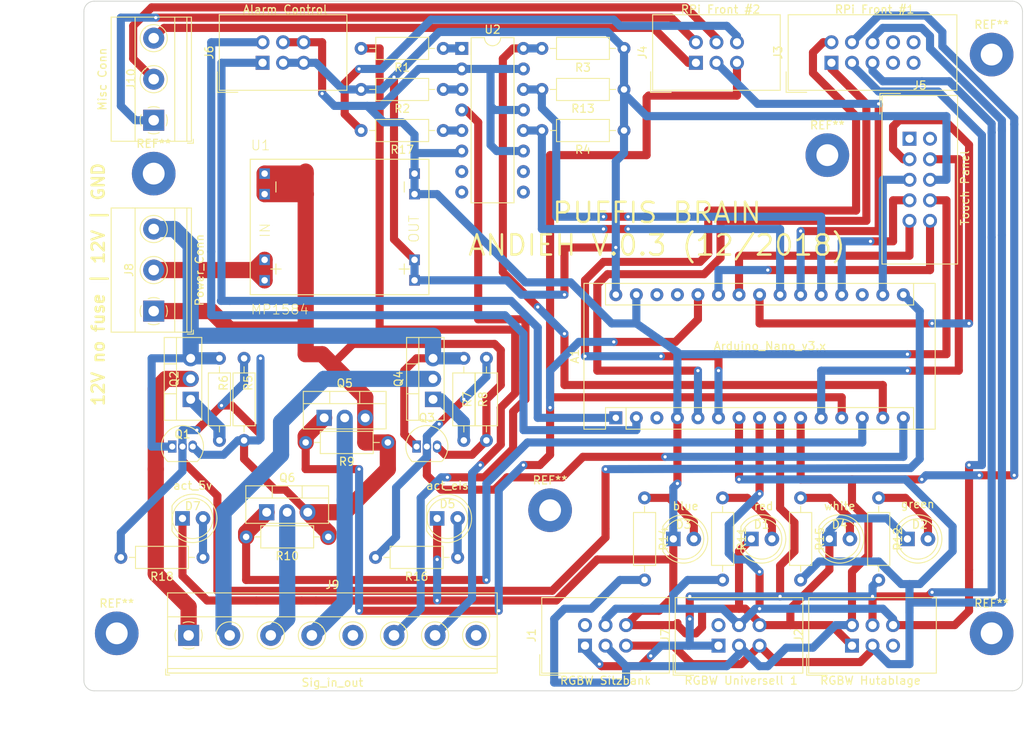
<source format=kicad_pcb>
(kicad_pcb (version 4) (host pcbnew 4.0.7)
  (layers (0 F.Cu signal) (31 B.Cu signal) (34 B.Paste user) (35 F.Paste user) (36 B.SilkS user) (37 F.SilkS user) (38 B.Mask user) (39 F.Mask user) (44 Edge.Cuts user))
  (net 0 "")
  (net 1 /TX)
  (net 2 /v33)
  (net 3 /RX)
  (net 4 "Net-(A1-Pad18)")
  (net 5 "Net-(A1-Pad3)")
  (net 6 /analog_light)
  (net 7 /GND)
  (net 8 /sig_door)
  (net 9 /soft_RX)
  (net 10 /sig_radio)
  (net 11 /soft_TX)
  (net 12 /sig_locked)
  (net 13 /sig_w)
  (net 14 /220_led)
  (net 15 /sig_r)
  (net 16 /SCL)
  (net 17 /sig_g)
  (net 18 /SDA)
  (net 19 /sig_b)
  (net 20 /pwm_touch)
  (net 21 /v5)
  (net 22 /sig_horn)
  (net 23 "Net-(A1-Pad28)")
  (net 24 /sig_lock)
  (net 25 /sig_220v)
  (net 26 /VDD)
  (net 27 /sig_eis)
  (net 28 /sig_5v)
  (net 29 "Net-(J1-Pad2)")
  (net 30 "Net-(J2-Pad5)")
  (net 31 "Net-(J3-Pad7)")
  (net 32 "Net-(J3-Pad8)")
  (net 33 "Net-(J3-Pad9)")
  (net 34 "Net-(J3-Pad10)")
  (net 35 /cam_1_g)
  (net 36 /cam_2_r)
  (net 37 /cam_3_s)
  (net 38 "Net-(J5-Pad1)")
  (net 39 "Net-(J5-Pad2)")
  (net 40 "Net-(J7-Pad2)")
  (net 41 /inp_gnd)
  (net 42 /inp_12v)
  (net 43 /inp_12v_unfused)
  (net 44 /power_5v)
  (net 45 /power_eis)
  (net 46 /lock_car)
  (net 47 /door_gnd)
  (net 48 /220_avail)
  (net 49 "Net-(Q2-Pad1)")
  (net 50 "Net-(Q4-Pad1)")
  (net 51 "Net-(R1-Pad1)")
  (net 52 "Net-(R2-Pad1)")
  (net 53 "Net-(U2-Pad9)")
  (net 54 "Net-(U2-Pad10)")
  (net 55 "Net-(U2-Pad7)")
  (net 56 "Net-(U2-Pad8)")
  (net 57 /sig_lock_inp)
  (net 58 "Net-(D1-Pad2)")
  (net 59 "Net-(D2-Pad2)")
  (net 60 "Net-(D3-Pad2)")
  (net 61 "Net-(D4-Pad2)")
  (net 62 "Net-(D5-Pad2)")
  (net 63 "Net-(D7-Pad2)")
  (net 64 /sig_unlock)
  (net 65 /unlock_car)
  (net 66 "Net-(J9-Pad5)")
  (net 67 "Net-(R17-Pad1)")
  (module MountingHole:MountingHole_2.7mm_Pad (layer F.Cu) (at 96.52 83.566)
    (fp_text reference REF** (at 0 -3.7) (layer F.SilkS))
    (fp_text value Pad)
    (pad 1 thru_hole circle (at 0 0) (size 5.4 5.4) (drill 2.7) (layers *.Cu *.Mask))
  )
  (module Module:Arduino_Nano (layer F.Cu) (at 153.67 113.792 90)
    (fp_text reference A1 (at 7.62 -5.08 90) (layer F.SilkS))
    (fp_text value Arduino_Nano_v3.x (at 8.89 19.05 180) (layer F.SilkS))
    (pad 1 thru_hole rect (at 0 0 90) (size 1.6 1.6) (drill 0.8) (layers *.Cu *.Mask) (net 1 /TX))
    (pad 17 thru_hole oval (at 15.24 33.02 90) (size 1.6 1.6) (drill 0.8) (layers *.Cu *.Mask) (net 2 /v33))
    (pad 2 thru_hole oval (at 0 2.54 90) (size 1.6 1.6) (drill 0.8) (layers *.Cu *.Mask) (net 3 /RX))
    (pad 18 thru_hole oval (at 15.24 30.48 90) (size 1.6 1.6) (drill 0.8) (layers *.Cu *.Mask) (net 4 "Net-(A1-Pad18)"))
    (pad 3 thru_hole oval (at 0 5.08 90) (size 1.6 1.6) (drill 0.8) (layers *.Cu *.Mask) (net 5 "Net-(A1-Pad3)"))
    (pad 19 thru_hole oval (at 15.24 27.94 90) (size 1.6 1.6) (drill 0.8) (layers *.Cu *.Mask) (net 6 /analog_light))
    (pad 4 thru_hole oval (at 0 7.62 90) (size 1.6 1.6) (drill 0.8) (layers *.Cu *.Mask) (net 7 /GND))
    (pad 20 thru_hole oval (at 15.24 25.4 90) (size 1.6 1.6) (drill 0.8) (layers *.Cu *.Mask) (net 8 /sig_door))
    (pad 5 thru_hole oval (at 0 10.16 90) (size 1.6 1.6) (drill 0.8) (layers *.Cu *.Mask) (net 9 /soft_RX))
    (pad 21 thru_hole oval (at 15.24 22.86 90) (size 1.6 1.6) (drill 0.8) (layers *.Cu *.Mask) (net 10 /sig_radio))
    (pad 6 thru_hole oval (at 0 12.7 90) (size 1.6 1.6) (drill 0.8) (layers *.Cu *.Mask) (net 11 /soft_TX))
    (pad 22 thru_hole oval (at 15.24 20.32 90) (size 1.6 1.6) (drill 0.8) (layers *.Cu *.Mask) (net 12 /sig_locked))
    (pad 7 thru_hole oval (at 0 15.24 90) (size 1.6 1.6) (drill 0.8) (layers *.Cu *.Mask) (net 13 /sig_w))
    (pad 23 thru_hole oval (at 15.24 17.78 90) (size 1.6 1.6) (drill 0.8) (layers *.Cu *.Mask) (net 14 /220_led))
    (pad 8 thru_hole oval (at 0 17.78 90) (size 1.6 1.6) (drill 0.8) (layers *.Cu *.Mask) (net 15 /sig_r))
    (pad 24 thru_hole oval (at 15.24 15.24 90) (size 1.6 1.6) (drill 0.8) (layers *.Cu *.Mask) (net 16 /SCL))
    (pad 9 thru_hole oval (at 0 20.32 90) (size 1.6 1.6) (drill 0.8) (layers *.Cu *.Mask) (net 17 /sig_g))
    (pad 25 thru_hole oval (at 15.24 12.7 90) (size 1.6 1.6) (drill 0.8) (layers *.Cu *.Mask) (net 18 /SDA))
    (pad 10 thru_hole oval (at 0 22.86 90) (size 1.6 1.6) (drill 0.8) (layers *.Cu *.Mask) (net 19 /sig_b))
    (pad 26 thru_hole oval (at 15.24 10.16 90) (size 1.6 1.6) (drill 0.8) (layers *.Cu *.Mask) (net 64 /sig_unlock))
    (pad 11 thru_hole oval (at 0 25.4 90) (size 1.6 1.6) (drill 0.8) (layers *.Cu *.Mask) (net 20 /pwm_touch))
    (pad 27 thru_hole oval (at 15.24 7.62 90) (size 1.6 1.6) (drill 0.8) (layers *.Cu *.Mask) (net 21 /v5))
    (pad 12 thru_hole oval (at 0 27.94 90) (size 1.6 1.6) (drill 0.8) (layers *.Cu *.Mask) (net 22 /sig_horn))
    (pad 28 thru_hole oval (at 15.24 5.08 90) (size 1.6 1.6) (drill 0.8) (layers *.Cu *.Mask) (net 23 "Net-(A1-Pad28)"))
    (pad 13 thru_hole oval (at 0 30.48 90) (size 1.6 1.6) (drill 0.8) (layers *.Cu *.Mask) (net 24 /sig_lock))
    (pad 29 thru_hole oval (at 15.24 2.54 90) (size 1.6 1.6) (drill 0.8) (layers *.Cu *.Mask) (net 7 /GND))
    (pad 14 thru_hole oval (at 0 33.02 90) (size 1.6 1.6) (drill 0.8) (layers *.Cu *.Mask) (net 25 /sig_220v))
    (pad 30 thru_hole oval (at 15.24 0 90) (size 1.6 1.6) (drill 0.8) (layers *.Cu *.Mask) (net 26 /VDD))
    (pad 15 thru_hole oval (at 0 35.56 90) (size 1.6 1.6) (drill 0.8) (layers *.Cu *.Mask) (net 27 /sig_eis))
    (pad 16 thru_hole oval (at 15.24 35.56 90) (size 1.6 1.6) (drill 0.8) (layers *.Cu *.Mask) (net 28 /sig_5v))
  )
  (module Connector_IDC:IDC-Header_2x03_P2.54mm_Vertical (layer F.Cu) (at 149.86 141.986 90)
    (fp_text reference J1 (at 1.27 -6.604 90) (layer F.SilkS))
    (fp_text value "RGBW Sitzbank" (at -4.318 2.54 180) (layer F.SilkS))
    (pad 1 thru_hole rect (at 0 0 90) (size 1.7272 1.7272) (drill 1.016) (layers *.Cu *.Mask) (net 17 /sig_g))
    (pad 2 thru_hole oval (at 2.54 0 90) (size 1.7272 1.7272) (drill 1.016) (layers *.Cu *.Mask) (net 29 "Net-(J1-Pad2)"))
    (pad 3 thru_hole oval (at 0 2.54 90) (size 1.7272 1.7272) (drill 1.016) (layers *.Cu *.Mask) (net 19 /sig_b))
    (pad 4 thru_hole oval (at 2.54 2.54 90) (size 1.7272 1.7272) (drill 1.016) (layers *.Cu *.Mask) (net 15 /sig_r))
    (pad 5 thru_hole oval (at 0 5.08 90) (size 1.7272 1.7272) (drill 1.016) (layers *.Cu *.Mask) (net 13 /sig_w))
    (pad 6 thru_hole oval (at 2.54 5.08 90) (size 1.7272 1.7272) (drill 1.016) (layers *.Cu *.Mask) (net 7 /GND))
  )
  (module Connector_IDC:IDC-Header_2x03_P2.54mm_Vertical (layer F.Cu) (at 182.88 141.986 90)
    (fp_text reference J2 (at 1.27 -6.604 90) (layer F.SilkS))
    (fp_text value "RGBW Hutablage" (at -4.318 2.286 180) (layer F.SilkS))
    (pad 1 thru_hole rect (at 0 0 90) (size 1.7272 1.7272) (drill 1.016) (layers *.Cu *.Mask) (net 7 /GND))
    (pad 2 thru_hole oval (at 2.54 0 90) (size 1.7272 1.7272) (drill 1.016) (layers *.Cu *.Mask) (net 19 /sig_b))
    (pad 3 thru_hole oval (at 0 2.54 90) (size 1.7272 1.7272) (drill 1.016) (layers *.Cu *.Mask) (net 13 /sig_w))
    (pad 4 thru_hole oval (at 2.54 2.54 90) (size 1.7272 1.7272) (drill 1.016) (layers *.Cu *.Mask) (net 17 /sig_g))
    (pad 5 thru_hole oval (at 0 5.08 90) (size 1.7272 1.7272) (drill 1.016) (layers *.Cu *.Mask) (net 30 "Net-(J2-Pad5)"))
    (pad 6 thru_hole oval (at 2.54 5.08 90) (size 1.7272 1.7272) (drill 1.016) (layers *.Cu *.Mask) (net 15 /sig_r))
  )
  (module Connector_IDC:IDC-Header_2x05_P2.54mm_Vertical (layer F.Cu) (at 180.34 69.85 90)
    (fp_text reference J3 (at 1.27 -6.604 90) (layer F.SilkS))
    (fp_text value "RPi Front #1" (at 6.604 5.334 180) (layer F.SilkS))
    (pad 1 thru_hole rect (at 0 0 90) (size 1.7272 1.7272) (drill 1.016) (layers *.Cu *.Mask) (net 9 /soft_RX))
    (pad 2 thru_hole oval (at 2.54 0 90) (size 1.7272 1.7272) (drill 1.016) (layers *.Cu *.Mask) (net 11 /soft_TX))
    (pad 3 thru_hole oval (at 0 2.54 90) (size 1.7272 1.7272) (drill 1.016) (layers *.Cu *.Mask) (net 15 /sig_r))
    (pad 4 thru_hole oval (at 2.54 2.54 90) (size 1.7272 1.7272) (drill 1.016) (layers *.Cu *.Mask) (net 19 /sig_b))
    (pad 5 thru_hole oval (at 0 5.08 90) (size 1.7272 1.7272) (drill 1.016) (layers *.Cu *.Mask) (net 17 /sig_g))
    (pad 6 thru_hole oval (at 2.54 5.08 90) (size 1.7272 1.7272) (drill 1.016) (layers *.Cu *.Mask) (net 13 /sig_w))
    (pad 7 thru_hole oval (at 0 7.62 90) (size 1.7272 1.7272) (drill 1.016) (layers *.Cu *.Mask) (net 31 "Net-(J3-Pad7)"))
    (pad 8 thru_hole oval (at 2.54 7.62 90) (size 1.7272 1.7272) (drill 1.016) (layers *.Cu *.Mask) (net 32 "Net-(J3-Pad8)"))
    (pad 9 thru_hole oval (at 0 10.16 90) (size 1.7272 1.7272) (drill 1.016) (layers *.Cu *.Mask) (net 33 "Net-(J3-Pad9)"))
    (pad 10 thru_hole oval (at 2.54 10.16 90) (size 1.7272 1.7272) (drill 1.016) (layers *.Cu *.Mask) (net 34 "Net-(J3-Pad10)"))
  )
  (module Connector_IDC:IDC-Header_2x03_P2.54mm_Vertical (layer F.Cu) (at 163.576 69.85 90)
    (fp_text reference J4 (at 1.27 -6.604 90) (layer F.SilkS))
    (fp_text value "RPi Front #2" (at 6.604 3.048 180) (layer F.SilkS))
    (pad 1 thru_hole rect (at 0 0 90) (size 1.7272 1.7272) (drill 1.016) (layers *.Cu *.Mask) (net 35 /cam_1_g))
    (pad 2 thru_hole oval (at 2.54 0 90) (size 1.7272 1.7272) (drill 1.016) (layers *.Cu *.Mask) (net 36 /cam_2_r))
    (pad 3 thru_hole oval (at 0 2.54 90) (size 1.7272 1.7272) (drill 1.016) (layers *.Cu *.Mask) (net 10 /sig_radio))
    (pad 4 thru_hole oval (at 2.54 2.54 90) (size 1.7272 1.7272) (drill 1.016) (layers *.Cu *.Mask) (net 37 /cam_3_s))
    (pad 5 thru_hole oval (at 0 5.08 90) (size 1.7272 1.7272) (drill 1.016) (layers *.Cu *.Mask) (net 22 /sig_horn))
    (pad 6 thru_hole oval (at 2.54 5.08 90) (size 1.7272 1.7272) (drill 1.016) (layers *.Cu *.Mask) (net 57 /sig_lock_inp))
  )
  (module Connector_IDC:IDC-Header_2x05_P2.54mm_Vertical (layer F.Cu) (at 189.992 79.248)
    (fp_text reference J5 (at 1.27 -6.604) (layer F.SilkS))
    (fp_text value "Touch Panel" (at 6.858 6.096 90) (layer F.SilkS))
    (pad 1 thru_hole rect (at 0 0) (size 1.7272 1.7272) (drill 1.016) (layers *.Cu *.Mask) (net 38 "Net-(J5-Pad1)"))
    (pad 2 thru_hole oval (at 2.54 0) (size 1.7272 1.7272) (drill 1.016) (layers *.Cu *.Mask) (net 39 "Net-(J5-Pad2)"))
    (pad 3 thru_hole oval (at 0 2.54) (size 1.7272 1.7272) (drill 1.016) (layers *.Cu *.Mask) (net 14 /220_led))
    (pad 4 thru_hole oval (at 2.54 2.54) (size 1.7272 1.7272) (drill 1.016) (layers *.Cu *.Mask) (net 20 /pwm_touch))
    (pad 5 thru_hole oval (at 0 5.08) (size 1.7272 1.7272) (drill 1.016) (layers *.Cu *.Mask) (net 2 /v33))
    (pad 6 thru_hole oval (at 2.54 5.08) (size 1.7272 1.7272) (drill 1.016) (layers *.Cu *.Mask) (net 26 /VDD))
    (pad 7 thru_hole oval (at 0 7.62) (size 1.7272 1.7272) (drill 1.016) (layers *.Cu *.Mask) (net 6 /analog_light))
    (pad 8 thru_hole oval (at 2.54 7.62) (size 1.7272 1.7272) (drill 1.016) (layers *.Cu *.Mask) (net 7 /GND))
    (pad 9 thru_hole oval (at 0 10.16) (size 1.7272 1.7272) (drill 1.016) (layers *.Cu *.Mask) (net 16 /SCL))
    (pad 10 thru_hole oval (at 2.54 10.16) (size 1.7272 1.7272) (drill 1.016) (layers *.Cu *.Mask) (net 18 /SDA))
  )
  (module Connector_IDC:IDC-Header_2x03_P2.54mm_Vertical (layer F.Cu) (at 109.982 69.85 90)
    (fp_text reference J6 (at 1.27 -6.604 90) (layer F.SilkS))
    (fp_text value "Alarm Control" (at 6.604 2.794 180) (layer F.SilkS))
    (pad 1 thru_hole rect (at 0 0 90) (size 1.7272 1.7272) (drill 1.016) (layers *.Cu *.Mask) (net 1 /TX))
    (pad 2 thru_hole oval (at 2.54 0 90) (size 1.7272 1.7272) (drill 1.016) (layers *.Cu *.Mask) (net 3 /RX))
    (pad 3 thru_hole oval (at 0 2.54 90) (size 1.7272 1.7272) (drill 1.016) (layers *.Cu *.Mask) (net 26 /VDD))
    (pad 4 thru_hole oval (at 2.54 2.54 90) (size 1.7272 1.7272) (drill 1.016) (layers *.Cu *.Mask) (net 7 /GND))
    (pad 5 thru_hole oval (at 0 5.08 90) (size 1.7272 1.7272) (drill 1.016) (layers *.Cu *.Mask) (net 26 /VDD))
    (pad 6 thru_hole oval (at 2.54 5.08 90) (size 1.7272 1.7272) (drill 1.016) (layers *.Cu *.Mask) (net 7 /GND))
  )
  (module Connector_IDC:IDC-Header_2x03_P2.54mm_Vertical (layer F.Cu) (at 166.37 141.986 90)
    (fp_text reference J7 (at 1.27 -6.604 90) (layer F.SilkS))
    (fp_text value "RGBW Universell 1" (at -4.318 2.794 180) (layer F.SilkS))
    (pad 1 thru_hole rect (at 0 0 90) (size 1.7272 1.7272) (drill 1.016) (layers *.Cu *.Mask) (net 17 /sig_g))
    (pad 2 thru_hole oval (at 2.54 0 90) (size 1.7272 1.7272) (drill 1.016) (layers *.Cu *.Mask) (net 40 "Net-(J7-Pad2)"))
    (pad 3 thru_hole oval (at 0 2.54 90) (size 1.7272 1.7272) (drill 1.016) (layers *.Cu *.Mask) (net 19 /sig_b))
    (pad 4 thru_hole oval (at 2.54 2.54 90) (size 1.7272 1.7272) (drill 1.016) (layers *.Cu *.Mask) (net 15 /sig_r))
    (pad 5 thru_hole oval (at 0 5.08 90) (size 1.7272 1.7272) (drill 1.016) (layers *.Cu *.Mask) (net 13 /sig_w))
    (pad 6 thru_hole oval (at 2.54 5.08 90) (size 1.7272 1.7272) (drill 1.016) (layers *.Cu *.Mask) (net 7 /GND))
  )
  (module TerminalBlock_Phoenix:TerminalBlock_Phoenix_MKDS-1,5-3-5.08_1x03_P5.08mm_Horizontal (layer F.Cu) (at 96.52 100.584 90)
    (fp_text reference J8 (at 5.08 -3.048 90) (layer F.SilkS))
    (fp_text value Power_Conn (at 5.08 5.66 90) (layer F.SilkS))
    (pad 1 thru_hole rect (at 0 0 90) (size 2.6 2.6) (drill 1.3) (layers *.Cu *.Mask) (net 41 /inp_gnd))
    (pad 2 thru_hole circle (at 5.08 0 90) (size 2.6 2.6) (drill 1.3) (layers *.Cu *.Mask) (net 42 /inp_12v))
    (pad 3 thru_hole circle (at 10.16 0 90) (size 2.6 2.6) (drill 1.3) (layers *.Cu *.Mask) (net 43 /inp_12v_unfused))
  )
  (module TerminalBlock_Phoenix:TerminalBlock_Phoenix_MKDS-1,5-8-5.08_1x08_P5.08mm_Horizontal (layer F.Cu) (at 100.838 140.716)
    (fp_text reference J9 (at 17.78 -6.26) (layer F.SilkS))
    (fp_text value Sig_in_out (at 17.78 5.842 180) (layer F.SilkS))
    (pad 1 thru_hole rect (at 0 0) (size 2.6 2.6) (drill 1.3) (layers *.Cu *.Mask) (net 44 /power_5v))
    (pad 2 thru_hole circle (at 5.08 0) (size 2.6 2.6) (drill 1.3) (layers *.Cu *.Mask) (net 45 /power_eis))
    (pad 3 thru_hole circle (at 10.16 0) (size 2.6 2.6) (drill 1.3) (layers *.Cu *.Mask) (net 46 /lock_car))
    (pad 4 thru_hole circle (at 15.24 0) (size 2.6 2.6) (drill 1.3) (layers *.Cu *.Mask) (net 65 /unlock_car))
    (pad 5 thru_hole circle (at 20.32 0) (size 2.6 2.6) (drill 1.3) (layers *.Cu *.Mask) (net 66 "Net-(J9-Pad5)"))
    (pad 6 thru_hole circle (at 25.4 0) (size 2.6 2.6) (drill 1.3) (layers *.Cu *.Mask) (net 47 /door_gnd))
    (pad 7 thru_hole circle (at 30.48 0) (size 2.6 2.6) (drill 1.3) (layers *.Cu *.Mask) (net 48 /220_avail))
    (pad 8 thru_hole circle (at 35.56 0) (size 2.6 2.6) (drill 1.3) (layers *.Cu *.Mask))
  )
  (module Package_test:TO-92_Inline (layer F.Cu) (at 98.806 117.348)
    (fp_text reference Q1 (at 1.27 -1.524) (layer F.SilkS))
    (fp_text value BS107)
    (pad 2 thru_hole oval (at 1.27 0) (size 1.05 1.5) (drill 0.75) (layers *.Cu *.Mask) (net 28 /sig_5v))
    (pad 3 thru_hole oval (at 2.54 0) (size 1.05 1.5) (drill 0.75) (layers *.Cu *.Mask) (net 41 /inp_gnd))
    (pad 1 thru_hole rect (at 0 0) (size 1.05 1.5) (drill 0.75) (layers *.Cu *.Mask) (net 43 /inp_12v_unfused))
  )
  (module Package_test:TO-220-3_Vertical (layer F.Cu) (at 101.092 111.506 90)
    (fp_text reference Q2 (at 2.54 -2.032 90) (layer F.SilkS))
    (fp_text value IRF9540N)
    (pad 1 thru_hole rect (at 0 0 90) (size 1.905 2) (drill 1.1) (layers *.Cu *.Mask) (net 49 "Net-(Q2-Pad1)"))
    (pad 2 thru_hole oval (at 2.54 0 90) (size 1.905 2) (drill 1.1) (layers *.Cu *.Mask) (net 44 /power_5v))
    (pad 3 thru_hole oval (at 5.08 0 90) (size 1.905 2) (drill 1.1) (layers *.Cu *.Mask) (net 43 /inp_12v_unfused))
  )
  (module Package_test:TO-92_Inline (layer F.Cu) (at 129.032 117.348)
    (fp_text reference Q3 (at 1.27 -3.56) (layer F.SilkS))
    (fp_text value BS107)
    (pad 2 thru_hole oval (at 1.27 0) (size 1.05 1.5) (drill 0.75) (layers *.Cu *.Mask) (net 27 /sig_eis))
    (pad 3 thru_hole oval (at 2.54 0) (size 1.05 1.5) (drill 0.75) (layers *.Cu *.Mask) (net 41 /inp_gnd))
    (pad 1 thru_hole rect (at 0 0) (size 1.05 1.5) (drill 0.75) (layers *.Cu *.Mask) (net 43 /inp_12v_unfused))
  )
  (module Package_test:TO-220-3_Vertical (layer F.Cu) (at 131.064 111.506 90)
    (fp_text reference Q4 (at 2.54 -4.27 90) (layer F.SilkS))
    (fp_text value IRF9540N)
    (pad 1 thru_hole rect (at 0 0 90) (size 1.905 2) (drill 1.1) (layers *.Cu *.Mask) (net 50 "Net-(Q4-Pad1)"))
    (pad 2 thru_hole oval (at 2.54 0 90) (size 1.905 2) (drill 1.1) (layers *.Cu *.Mask) (net 45 /power_eis))
    (pad 3 thru_hole oval (at 5.08 0 90) (size 1.905 2) (drill 1.1) (layers *.Cu *.Mask) (net 43 /inp_12v_unfused))
  )
  (module Resistor_THT:R_Axial_DIN0207_L6.3mm_D2.5mm_P10.16mm_Horizontal (layer F.Cu) (at 132.334 68.072 180)
    (fp_text reference R1 (at 5.08 -2.37 180) (layer F.SilkS))
    (fp_text value 220)
    (pad 1 thru_hole circle (at 0 0 180) (size 1.6 1.6) (drill 0.8) (layers *.Cu *.Mask) (net 51 "Net-(R1-Pad1)"))
    (pad 2 thru_hole oval (at 10.16 0 180) (size 1.6 1.6) (drill 0.8) (layers *.Cu *.Mask) (net 48 /220_avail))
  )
  (module Resistor_THT:R_Axial_DIN0207_L6.3mm_D2.5mm_P10.16mm_Horizontal (layer F.Cu) (at 132.334 73.152 180)
    (fp_text reference R2 (at 5.08 -2.37 180) (layer F.SilkS))
    (fp_text value 220)
    (pad 1 thru_hole circle (at 0 0 180) (size 1.6 1.6) (drill 0.8) (layers *.Cu *.Mask) (net 52 "Net-(R2-Pad1)"))
    (pad 2 thru_hole oval (at 10.16 0 180) (size 1.6 1.6) (drill 0.8) (layers *.Cu *.Mask) (net 26 /VDD))
  )
  (module Resistor_THT:R_Axial_DIN0207_L6.3mm_D2.5mm_P10.16mm_Horizontal (layer F.Cu) (at 154.686 68.072 180)
    (fp_text reference R3 (at 5.08 -2.37 180) (layer F.SilkS))
    (fp_text value 4.7k)
    (pad 1 thru_hole circle (at 0 0 180) (size 1.6 1.6) (drill 0.8) (layers *.Cu *.Mask) (net 26 /VDD))
    (pad 2 thru_hole oval (at 10.16 0 180) (size 1.6 1.6) (drill 0.8) (layers *.Cu *.Mask) (net 25 /sig_220v))
  )
  (module Resistor_THT:R_Axial_DIN0207_L6.3mm_D2.5mm_P10.16mm_Horizontal (layer F.Cu) (at 154.686 78.232 180)
    (fp_text reference R4 (at 5.08 -2.37 180) (layer F.SilkS))
    (fp_text value 4.7k)
    (pad 1 thru_hole circle (at 0 0 180) (size 1.6 1.6) (drill 0.8) (layers *.Cu *.Mask) (net 26 /VDD))
    (pad 2 thru_hole oval (at 10.16 0 180) (size 1.6 1.6) (drill 0.8) (layers *.Cu *.Mask) (net 12 /sig_locked))
  )
  (module Resistor_THT:R_Axial_DIN0207_L6.3mm_D2.5mm_P10.16mm_Horizontal (layer F.Cu) (at 107.696 116.586 90)
    (fp_text reference R5 (at 7.112 0.508 90) (layer F.SilkS))
    (fp_text value 10k)
    (pad 1 thru_hole circle (at 0 0 90) (size 1.6 1.6) (drill 0.8) (layers *.Cu *.Mask) (net 41 /inp_gnd))
    (pad 2 thru_hole oval (at 10.16 0 90) (size 1.6 1.6) (drill 0.8) (layers *.Cu *.Mask) (net 28 /sig_5v))
  )
  (module Resistor_THT:R_Axial_DIN0207_L6.3mm_D2.5mm_P10.16mm_Horizontal (layer F.Cu) (at 104.648 106.426 270)
    (fp_text reference R6 (at 3.048 -0.508 270) (layer F.SilkS))
    (fp_text value 10k)
    (pad 1 thru_hole circle (at 0 0 270) (size 1.6 1.6) (drill 0.8) (layers *.Cu *.Mask) (net 43 /inp_12v_unfused))
    (pad 2 thru_hole oval (at 10.16 0 270) (size 1.6 1.6) (drill 0.8) (layers *.Cu *.Mask) (net 49 "Net-(Q2-Pad1)"))
  )
  (module Resistor_THT:R_Axial_DIN0207_L6.3mm_D2.5mm_P10.16mm_Horizontal (layer F.Cu) (at 137.668 116.586 90)
    (fp_text reference R7 (at 5.08 -2.37 90) (layer F.SilkS))
    (fp_text value 10k)
    (pad 1 thru_hole circle (at 0 0 90) (size 1.6 1.6) (drill 0.8) (layers *.Cu *.Mask) (net 41 /inp_gnd))
    (pad 2 thru_hole oval (at 10.16 0 90) (size 1.6 1.6) (drill 0.8) (layers *.Cu *.Mask) (net 27 /sig_eis))
  )
  (module Resistor_THT:R_Axial_DIN0207_L6.3mm_D2.5mm_P10.16mm_Horizontal (layer F.Cu) (at 134.874 106.426 270)
    (fp_text reference R8 (at 5.08 -2.37 270) (layer F.SilkS))
    (fp_text value 10k)
    (pad 1 thru_hole circle (at 0 0 270) (size 1.6 1.6) (drill 0.8) (layers *.Cu *.Mask) (net 43 /inp_12v_unfused))
    (pad 2 thru_hole oval (at 10.16 0 270) (size 1.6 1.6) (drill 0.8) (layers *.Cu *.Mask) (net 50 "Net-(Q4-Pad1)"))
  )
  (module Resistor_THT:R_Axial_DIN0207_L6.3mm_D2.5mm_P10.16mm_Horizontal (layer F.Cu) (at 154.686 73.152 180)
    (fp_text reference R13 (at 5.08 -2.37 180) (layer F.SilkS))
    (fp_text value 4.7k)
    (pad 1 thru_hole circle (at 0 0 180) (size 1.6 1.6) (drill 0.8) (layers *.Cu *.Mask) (net 26 /VDD))
    (pad 2 thru_hole oval (at 10.16 0 180) (size 1.6 1.6) (drill 0.8) (layers *.Cu *.Mask) (net 8 /sig_door))
  )
  (module mp1584_andieh:SG053-SZ (layer F.Cu) (at 118.618 89.662)
    (fp_text reference U1 (at -10.16 -8.89) (layer F.SilkS) (effects (font (size 1.2065 1.2065) (thickness 0.1016)) (justify left bottom)))
    (fp_text value MP1584 (at -10.16 11.43) (layer F.SilkS) (effects (font (size 1.2065 1.2065) (thickness 0.1016)) (justify left bottom)))
    (fp_text user IN (at -7.62 1.905 90) (layer F.SilkS) (effects (font (size 1.2065 1.2065) (thickness 0.1016)) (justify left bottom)))
    (fp_text user OUT (at 10.795 2.54 90) (layer F.SilkS) (effects (font (size 1.2065 1.2065) (thickness 0.1016)) (justify left bottom)))
    (pad 1 thru_hole rect (at -8.382 -6.096) (size 1.308 1.308) (drill 0.8) (layers *.Cu *.Mask) (net 41 /inp_gnd))
    (pad 2 thru_hole rect (at -8.382 -3.556) (size 1.308 1.308) (drill 0.8) (layers *.Cu *.Mask) (net 41 /inp_gnd))
    (pad 3 thru_hole rect (at -8.382 4.572) (size 1.308 1.308) (drill 0.8) (layers *.Cu *.Mask) (net 42 /inp_12v))
    (pad 4 thru_hole rect (at -8.382 7.112) (size 1.308 1.308) (drill 0.8) (layers *.Cu *.Mask) (net 42 /inp_12v))
    (pad 8 thru_hole rect (at 10.16 7.112) (size 1.308 1.308) (drill 0.8) (layers *.Cu *.Mask) (net 26 /VDD))
    (pad 7 thru_hole rect (at 10.16 4.572) (size 1.308 1.308) (drill 0.8) (layers *.Cu *.Mask) (net 26 /VDD))
    (pad 6 thru_hole rect (at 10.16 -3.556) (size 1.308 1.308) (drill 0.8) (layers *.Cu *.Mask) (net 7 /GND))
    (pad 5 thru_hole rect (at 10.16 -6.096) (size 1.308 1.308) (drill 0.8) (layers *.Cu *.Mask) (net 7 /GND))
  )
  (module Package_DIP:DIP-16_W7.62mm (layer F.Cu) (at 134.62 68.072)
    (fp_text reference U2 (at 3.81 -2.33) (layer F.SilkS))
    (fp_text value LTV-847)
    (pad 1 thru_hole rect (at 0 0) (size 1.6 1.6) (drill 0.8) (layers *.Cu *.Mask) (net 51 "Net-(R1-Pad1)"))
    (pad 9 thru_hole oval (at 7.62 17.78) (size 1.6 1.6) (drill 0.8) (layers *.Cu *.Mask) (net 53 "Net-(U2-Pad9)"))
    (pad 2 thru_hole oval (at 0 2.54) (size 1.6 1.6) (drill 0.8) (layers *.Cu *.Mask) (net 7 /GND))
    (pad 10 thru_hole oval (at 7.62 15.24) (size 1.6 1.6) (drill 0.8) (layers *.Cu *.Mask) (net 54 "Net-(U2-Pad10)"))
    (pad 3 thru_hole oval (at 0 5.08) (size 1.6 1.6) (drill 0.8) (layers *.Cu *.Mask) (net 52 "Net-(R2-Pad1)"))
    (pad 11 thru_hole oval (at 7.62 12.7) (size 1.6 1.6) (drill 0.8) (layers *.Cu *.Mask) (net 7 /GND))
    (pad 4 thru_hole oval (at 0 7.62) (size 1.6 1.6) (drill 0.8) (layers *.Cu *.Mask) (net 47 /door_gnd))
    (pad 12 thru_hole oval (at 7.62 10.16) (size 1.6 1.6) (drill 0.8) (layers *.Cu *.Mask) (net 12 /sig_locked))
    (pad 5 thru_hole oval (at 0 10.16) (size 1.6 1.6) (drill 0.8) (layers *.Cu *.Mask) (net 67 "Net-(R17-Pad1)"))
    (pad 13 thru_hole oval (at 7.62 7.62) (size 1.6 1.6) (drill 0.8) (layers *.Cu *.Mask) (net 7 /GND))
    (pad 6 thru_hole oval (at 0 12.7) (size 1.6 1.6) (drill 0.8) (layers *.Cu *.Mask) (net 7 /GND))
    (pad 14 thru_hole oval (at 7.62 5.08) (size 1.6 1.6) (drill 0.8) (layers *.Cu *.Mask) (net 8 /sig_door))
    (pad 7 thru_hole oval (at 0 15.24) (size 1.6 1.6) (drill 0.8) (layers *.Cu *.Mask) (net 55 "Net-(U2-Pad7)"))
    (pad 15 thru_hole oval (at 7.62 2.54) (size 1.6 1.6) (drill 0.8) (layers *.Cu *.Mask) (net 7 /GND))
    (pad 8 thru_hole oval (at 0 17.78) (size 1.6 1.6) (drill 0.8) (layers *.Cu *.Mask) (net 56 "Net-(U2-Pad8)"))
    (pad 16 thru_hole oval (at 7.62 0) (size 1.6 1.6) (drill 0.8) (layers *.Cu *.Mask) (net 25 /sig_220v))
  )
  (module MountingHole:MountingHole_2.7mm_Pad (layer F.Cu) (at 200.152 68.834)
    (fp_text reference REF** (at 0 -3.7) (layer F.SilkS))
    (fp_text value Pad)
    (pad 1 thru_hole circle (at 0 0) (size 5.4 5.4) (drill 2.7) (layers *.Cu *.Mask))
  )
  (module MountingHole:MountingHole_2.7mm_Pad (layer F.Cu) (at 200.152 140.462)
    (fp_text reference REF** (at 0 -3.7) (layer F.SilkS))
    (fp_text value Pad)
    (pad 1 thru_hole circle (at 0 0) (size 5.4 5.4) (drill 2.7) (layers *.Cu *.Mask))
  )
  (module MountingHole:MountingHole_2.7mm_Pad (layer F.Cu) (at 91.948 140.462)
    (fp_text reference REF** (at 0 -3.7) (layer F.SilkS))
    (fp_text value Pad)
    (pad 1 thru_hole circle (at 0 0) (size 5.4 5.4) (drill 2.7) (layers *.Cu *.Mask))
  )
  (module MountingHole:MountingHole_2.7mm_Pad (layer F.Cu) (at 179.832 81.28)
    (fp_text reference REF** (at 0 -3.7) (layer F.SilkS))
    (fp_text value Pad)
    (pad 1 thru_hole circle (at 0 0) (size 5.4 5.4) (drill 2.7) (layers *.Cu *.Mask))
  )
  (module MountingHole:MountingHole_2.7mm_Pad (layer F.Cu) (at 145.542 125.222)
    (fp_text reference REF** (at 0 -3.7) (layer F.SilkS))
    (fp_text value Pad)
    (pad 1 thru_hole circle (at 0 0) (size 5.4 5.4) (drill 2.7) (layers *.Cu *.Mask))
  )
  (module led:LED_D5.0mm_Clear (layer F.Cu) (at 170.434 128.778)
    (fp_text reference D1 (at 1.27 -1.778) (layer F.SilkS))
    (fp_text value red (at 1.524 -4.064) (layer F.SilkS))
    (pad 1 thru_hole rect (at 0 0) (size 1.8 1.8) (drill 0.9) (layers *.Cu *.Mask) (net 7 /GND))
    (pad 2 thru_hole circle (at 2.54 0) (size 1.8 1.8) (drill 0.9) (layers *.Cu *.Mask) (net 58 "Net-(D1-Pad2)"))
  )
  (module led:LED_D5.0mm_Clear (layer F.Cu) (at 189.738 128.778)
    (fp_text reference D2 (at 1.524 -1.778) (layer F.SilkS))
    (fp_text value green (at 1.27 -4.318) (layer F.SilkS))
    (pad 1 thru_hole rect (at 0 0) (size 1.8 1.8) (drill 0.9) (layers *.Cu *.Mask) (net 7 /GND))
    (pad 2 thru_hole circle (at 2.54 0) (size 1.8 1.8) (drill 0.9) (layers *.Cu *.Mask) (net 59 "Net-(D2-Pad2)"))
  )
  (module led:LED_D5.0mm_Clear (layer F.Cu) (at 160.782 128.778)
    (fp_text reference D3 (at 1.27 -1.778) (layer F.SilkS))
    (fp_text value blue (at 1.524 -4.064) (layer F.SilkS))
    (pad 1 thru_hole rect (at 0 0) (size 1.8 1.8) (drill 0.9) (layers *.Cu *.Mask) (net 7 /GND))
    (pad 2 thru_hole circle (at 2.54 0) (size 1.8 1.8) (drill 0.9) (layers *.Cu *.Mask) (net 60 "Net-(D3-Pad2)"))
  )
  (module led:LED_D5.0mm_Clear (layer F.Cu) (at 180.086 128.778)
    (fp_text reference D4 (at 1.27 -1.778) (layer F.SilkS))
    (fp_text value white (at 1.27 -4.064) (layer F.SilkS))
    (pad 1 thru_hole rect (at 0 0) (size 1.8 1.8) (drill 0.9) (layers *.Cu *.Mask) (net 7 /GND))
    (pad 2 thru_hole circle (at 2.54 0) (size 1.8 1.8) (drill 0.9) (layers *.Cu *.Mask) (net 61 "Net-(D4-Pad2)"))
  )
  (module led:LED_D5.0mm_Clear (layer F.Cu) (at 131.572 126.238)
    (fp_text reference D5 (at 1.27 -1.778) (layer F.SilkS))
    (fp_text value act_eis (at 1.27 -4.064) (layer F.SilkS))
    (pad 1 thru_hole rect (at 0 0) (size 1.8 1.8) (drill 0.9) (layers *.Cu *.Mask) (net 7 /GND))
    (pad 2 thru_hole circle (at 2.54 0) (size 1.8 1.8) (drill 0.9) (layers *.Cu *.Mask) (net 62 "Net-(D5-Pad2)"))
  )
  (module led:LED_D5.0mm_Clear (layer F.Cu) (at 100.076 126.238)
    (fp_text reference D7 (at 1.27 -1.524) (layer F.SilkS))
    (fp_text value act_5v (at 1.27 -4.064) (layer F.SilkS))
    (pad 1 thru_hole rect (at 0 0) (size 1.8 1.8) (drill 0.9) (layers *.Cu *.Mask) (net 7 /GND))
    (pad 2 thru_hole circle (at 2.54 0) (size 1.8 1.8) (drill 0.9) (layers *.Cu *.Mask) (net 63 "Net-(D7-Pad2)"))
  )
  (module Resistor_THT:R_Axial_DIN0207_L6.3mm_D2.5mm_P10.16mm_Horizontal (layer F.Cu) (at 166.878 123.698 270)
    (fp_text reference R11 (at 5.08 -2.37 270) (layer F.SilkS))
    (fp_text value 220)
    (pad 1 thru_hole circle (at 0 0 270) (size 1.6 1.6) (drill 0.8) (layers *.Cu *.Mask) (net 58 "Net-(D1-Pad2)"))
    (pad 2 thru_hole oval (at 10.16 0 270) (size 1.6 1.6) (drill 0.8) (layers *.Cu *.Mask) (net 15 /sig_r))
  )
  (module Resistor_THT:R_Axial_DIN0207_L6.3mm_D2.5mm_P10.16mm_Horizontal (layer F.Cu) (at 186.182 123.698 270)
    (fp_text reference R12 (at 5.08 -2.37 270) (layer F.SilkS))
    (fp_text value 220)
    (pad 1 thru_hole circle (at 0 0 270) (size 1.6 1.6) (drill 0.8) (layers *.Cu *.Mask) (net 59 "Net-(D2-Pad2)"))
    (pad 2 thru_hole oval (at 10.16 0 270) (size 1.6 1.6) (drill 0.8) (layers *.Cu *.Mask) (net 17 /sig_g))
  )
  (module Resistor_THT:R_Axial_DIN0207_L6.3mm_D2.5mm_P10.16mm_Horizontal (layer F.Cu) (at 157.226 123.698 270)
    (fp_text reference R14 (at 5.08 -2.37 270) (layer F.SilkS))
    (fp_text value 120)
    (pad 1 thru_hole circle (at 0 0 270) (size 1.6 1.6) (drill 0.8) (layers *.Cu *.Mask) (net 60 "Net-(D3-Pad2)"))
    (pad 2 thru_hole oval (at 10.16 0 270) (size 1.6 1.6) (drill 0.8) (layers *.Cu *.Mask) (net 19 /sig_b))
  )
  (module Resistor_THT:R_Axial_DIN0207_L6.3mm_D2.5mm_P10.16mm_Horizontal (layer F.Cu) (at 176.53 123.698 270)
    (fp_text reference R15 (at 5.08 -2.37 270) (layer F.SilkS))
    (fp_text value 220)
    (pad 1 thru_hole circle (at 0 0 270) (size 1.6 1.6) (drill 0.8) (layers *.Cu *.Mask) (net 61 "Net-(D4-Pad2)"))
    (pad 2 thru_hole oval (at 10.16 0 270) (size 1.6 1.6) (drill 0.8) (layers *.Cu *.Mask) (net 13 /sig_w))
  )
  (module Resistor_THT:R_Axial_DIN0207_L6.3mm_D2.5mm_P10.16mm_Horizontal (layer F.Cu) (at 134.112 131.064 180)
    (fp_text reference R16 (at 5.08 -2.37 180) (layer F.SilkS))
    (fp_text value 220)
    (pad 1 thru_hole circle (at 0 0 180) (size 1.6 1.6) (drill 0.8) (layers *.Cu *.Mask) (net 62 "Net-(D5-Pad2)"))
    (pad 2 thru_hole oval (at 10.16 0 180) (size 1.6 1.6) (drill 0.8) (layers *.Cu *.Mask) (net 27 /sig_eis))
  )
  (module Resistor_THT:R_Axial_DIN0207_L6.3mm_D2.5mm_P10.16mm_Horizontal (layer F.Cu) (at 102.616 131.064 180)
    (fp_text reference R18 (at 5.08 -2.37 180) (layer F.SilkS))
    (fp_text value 220)
    (pad 1 thru_hole circle (at 0 0 180) (size 1.6 1.6) (drill 0.8) (layers *.Cu *.Mask) (net 63 "Net-(D7-Pad2)"))
    (pad 2 thru_hole oval (at 10.16 0 180) (size 1.6 1.6) (drill 0.8) (layers *.Cu *.Mask) (net 28 /sig_5v))
  )
  (module Package_test:TO-220-3_Vertical (layer F.Cu) (at 117.602 113.792)
    (fp_text reference Q5 (at 2.54 -4.27) (layer F.SilkS))
    (fp_text value IRLB8721PBF)
    (pad 1 thru_hole rect (at 0 0) (size 1.905 2) (drill 1.1) (layers *.Cu *.Mask) (net 64 /sig_unlock))
    (pad 2 thru_hole oval (at 2.54 0) (size 1.905 2) (drill 1.1) (layers *.Cu *.Mask) (net 65 /unlock_car))
    (pad 3 thru_hole oval (at 5.08 0) (size 1.905 2) (drill 1.1) (layers *.Cu *.Mask) (net 41 /inp_gnd))
  )
  (module Package_test:TO-220-3_Vertical (layer F.Cu) (at 110.49 125.476)
    (fp_text reference Q6 (at 2.54 -4.27) (layer F.SilkS))
    (fp_text value IRLB8721PBF)
    (pad 1 thru_hole rect (at 0 0) (size 1.905 2) (drill 1.1) (layers *.Cu *.Mask) (net 24 /sig_lock))
    (pad 2 thru_hole oval (at 2.54 0) (size 1.905 2) (drill 1.1) (layers *.Cu *.Mask) (net 46 /lock_car))
    (pad 3 thru_hole oval (at 5.08 0) (size 1.905 2) (drill 1.1) (layers *.Cu *.Mask) (net 41 /inp_gnd))
  )
  (module Resistor_THT:R_Axial_DIN0207_L6.3mm_D2.5mm_P10.16mm_Horizontal (layer F.Cu) (at 125.476 116.84 180)
    (fp_text reference R9 (at 5.08 -2.37 180) (layer F.SilkS))
    (fp_text value 10k)
    (pad 1 thru_hole circle (at 0 0 180) (size 1.6 1.6) (drill 0.8) (layers *.Cu *.Mask) (net 41 /inp_gnd))
    (pad 2 thru_hole oval (at 10.16 0 180) (size 1.6 1.6) (drill 0.8) (layers *.Cu *.Mask) (net 64 /sig_unlock))
  )
  (module Resistor_THT:R_Axial_DIN0207_L6.3mm_D2.5mm_P10.16mm_Horizontal (layer F.Cu) (at 118.11 128.524 180)
    (fp_text reference R10 (at 5.08 -2.37 180) (layer F.SilkS))
    (fp_text value 10k)
    (pad 1 thru_hole circle (at 0 0 180) (size 1.6 1.6) (drill 0.8) (layers *.Cu *.Mask) (net 41 /inp_gnd))
    (pad 2 thru_hole oval (at 10.16 0 180) (size 1.6 1.6) (drill 0.8) (layers *.Cu *.Mask) (net 24 /sig_lock))
  )
  (module Resistor_THT:R_Axial_DIN0207_L6.3mm_D2.5mm_P10.16mm_Horizontal (layer F.Cu) (at 132.334 78.232 180)
    (fp_text reference R17 (at 5.08 -2.37 180) (layer F.SilkS))
    (fp_text value 680)
    (pad 1 thru_hole circle (at 0 0 180) (size 1.6 1.6) (drill 0.8) (layers *.Cu *.Mask) (net 67 "Net-(R17-Pad1)"))
    (pad 2 thru_hole oval (at 10.16 0 180) (size 1.6 1.6) (drill 0.8) (layers *.Cu *.Mask) (net 57 /sig_lock_inp))
  )
  (module TerminalBlock_Phoenix:TerminalBlock_Phoenix_MKDS-1,5-3-5.08_1x03_P5.08mm_Horizontal (layer F.Cu) (at 96.52 76.962 90)
    (fp_text reference J10 (at 5.08 -2.794 90) (layer F.SilkS))
    (fp_text value "Misc Conn" (at 5.08 -6.35 90) (layer F.SilkS))
    (pad 1 thru_hole rect (at 0 0 90) (size 2.6 2.6) (drill 1.3) (layers *.Cu *.Mask) (net 36 /cam_2_r))
    (pad 2 thru_hole circle (at 5.08 0 90) (size 2.6 2.6) (drill 1.3) (layers *.Cu *.Mask) (net 37 /cam_3_s))
    (pad 3 thru_hole circle (at 10.16 0 90) (size 2.6 2.6) (drill 1.3) (layers *.Cu *.Mask) (net 35 /cam_1_g))
  )
  (gr_text "PUFFIS BRAIN\nANDIEH V.0.3 (12/2018)" (at 158.75 90.424) (layer F.SilkS) (effects (font (size 2.5 2.5) (thickness 0.3))))
  (gr_text "12V no fuse | 12V | GND" (at 89.662 97.282 90) (layer F.SilkS) (effects (font (size 1.5 1.5) (thickness 0.3))))
  (gr_line (start 203.962 146.304) (end 203.962 63.5) (angle 90) (layer Edge.Cuts) (width 0.1))
  (gr_line (start 87.884 146.304) (end 87.884 63.5) (angle 90) (layer Edge.Cuts) (width 0.1))
  (gr_line (start 202.692 62.23) (end 89.154 62.23) (angle 90) (layer Edge.Cuts) (width 0.1))
  (gr_line (start 202.692 147.574) (end 89.154 147.574) (angle 90) (layer Edge.Cuts) (width 0.1))
  (gr_arc (start 89.154 63.5) (end 87.884 63.5) (angle 90) (layer Edge.Cuts) (width 0.1))
  (gr_arc (start 202.692 63.5) (end 202.692 62.23) (angle 90) (layer Edge.Cuts) (width 0.1))
  (gr_arc (start 202.692 146.304) (end 203.962 146.304) (angle 90) (layer Edge.Cuts) (width 0.1))
  (gr_arc (start 89.154 146.304) (end 89.154 147.574) (angle 90) (layer Edge.Cuts) (width 0.1))
  (segment (start 105.918 99.314) (end 104.832002 99.314) (width 1) (layer B.Cu) (net 1))
  (segment (start 144.018 102.616) (end 140.716 99.314) (width 1) (layer B.Cu) (net 1))
  (segment (start 140.716 99.314) (end 105.918 99.314) (width 1) (layer B.Cu) (net 1))
  (segment (start 153.67 113.792) (end 144.018 113.792) (width 1) (layer B.Cu) (net 1))
  (segment (start 144.018 113.792) (end 144.018 102.616) (width 1) (layer B.Cu) (net 1))
  (segment (start 104.902 69.85) (end 109.982 69.85) (width 1) (layer B.Cu) (net 1))
  (segment (start 104.902 99.244002) (end 104.902 69.85) (width 1) (layer B.Cu) (net 1))
  (segment (start 104.832002 99.314) (end 104.902 99.244002) (width 1) (layer B.Cu) (net 1))
  (segment (start 189.992 84.328) (end 186.69 84.328) (width 1) (layer B.Cu) (net 2))
  (segment (start 186.69 84.328) (end 186.69 98.552) (width 1) (layer B.Cu) (net 2))
  (segment (start 103.632 93.218) (end 103.632 67.31) (width 1) (layer B.Cu) (net 3))
  (segment (start 156.21 113.792) (end 156.21 115.316) (width 1) (layer B.Cu) (net 3))
  (segment (start 139.954 101.092) (end 103.632 101.092) (width 1) (layer B.Cu) (net 3))
  (segment (start 142.24 103.378) (end 139.954 101.092) (width 1) (layer B.Cu) (net 3))
  (segment (start 142.24 107.95) (end 142.24 103.378) (width 1) (layer B.Cu) (net 3))
  (segment (start 142.257259 115.31596) (end 142.24 107.95) (width 1) (layer B.Cu) (net 3))
  (segment (start 156.21 115.316) (end 142.257259 115.31596) (width 1) (layer B.Cu) (net 3))
  (segment (start 103.632 101.092) (end 103.632 93.218) (width 1) (layer B.Cu) (net 3))
  (segment (start 103.632 67.31) (end 109.982 67.31) (width 1) (layer B.Cu) (net 3))
  (segment (start 181.61 98.552) (end 181.61 91.948) (width 1) (layer B.Cu) (net 6))
  (segment (start 187.96 86.868) (end 189.992 86.868) (width 1) (layer F.Cu) (net 6))
  (segment (start 187.96 91.948) (end 187.96 86.868) (width 1) (layer F.Cu) (net 6))
  (segment (start 185.166 91.948) (end 187.96 91.948) (width 1) (layer F.Cu) (net 6))
  (via (at 185.166 91.948) (size 0.6) (drill 0.4) (layers F.Cu B.Cu) (net 6))
  (segment (start 181.61 91.948) (end 185.166 91.948) (width 1) (layer B.Cu) (net 6))
  (segment (start 117.348 73.66) (end 117.348 67.31) (width 1) (layer F.Cu) (net 7))
  (segment (start 128.778 86.106) (end 131.572 86.106) (width 1) (layer B.Cu) (net 7))
  (segment (start 153.162 102.108) (end 156.21 102.108) (width 1) (layer B.Cu) (net 7))
  (segment (start 148.082 97.028) (end 153.162 102.108) (width 1) (layer B.Cu) (net 7))
  (segment (start 142.494 97.028) (end 148.082 97.028) (width 1) (layer B.Cu) (net 7))
  (segment (start 131.572 86.106) (end 142.494 97.028) (width 1) (layer B.Cu) (net 7))
  (segment (start 128.778 86.106) (end 128.778 83.566) (width 1) (layer B.Cu) (net 7))
  (segment (start 128.778 83.566) (end 128.778 81.026) (width 1) (layer B.Cu) (net 7))
  (segment (start 115.062 67.31) (end 112.522 67.31) (width 1) (layer F.Cu) (net 7))
  (segment (start 122.936 75.184) (end 118.872 75.184) (width 1) (layer B.Cu) (net 7))
  (segment (start 117.348 67.31) (end 115.062 67.31) (width 1) (layer F.Cu) (net 7))
  (via (at 117.348 73.66) (size 0.6) (drill 0.4) (layers F.Cu B.Cu) (net 7))
  (segment (start 118.872 75.184) (end 117.348 73.66) (width 1) (layer B.Cu) (net 7))
  (segment (start 128.778 81.026) (end 134.366 81.026) (width 1) (layer B.Cu) (net 7))
  (segment (start 134.366 81.026) (end 134.62 80.772) (width 1) (layer B.Cu) (net 7))
  (segment (start 131.572 136.398) (end 116.586 136.398) (width 1) (layer F.Cu) (net 7))
  (segment (start 109.22 136.398) (end 114.808 136.398) (width 1) (layer F.Cu) (net 7))
  (segment (start 116.586 136.398) (end 114.808 136.398) (width 1) (layer F.Cu) (net 7))
  (segment (start 109.22 136.398) (end 103.124 136.398) (width 1) (layer F.Cu) (net 7))
  (segment (start 103.124 136.398) (end 100.076 133.35) (width 1) (layer F.Cu) (net 7))
  (segment (start 100.076 133.35) (end 100.076 126.238) (width 1) (layer F.Cu) (net 7))
  (segment (start 180.086 128.778) (end 180.086 127.762) (width 1) (layer B.Cu) (net 7))
  (segment (start 187.198 126.238) (end 189.738 128.778) (width 1) (layer B.Cu) (net 7))
  (segment (start 181.61 126.238) (end 187.198 126.238) (width 1) (layer B.Cu) (net 7))
  (segment (start 180.086 127.762) (end 181.61 126.238) (width 1) (layer B.Cu) (net 7))
  (segment (start 168.91 135.128) (end 168.91 130.302) (width 1) (layer F.Cu) (net 7))
  (segment (start 168.91 137.414) (end 168.91 135.128) (width 1) (layer F.Cu) (net 7))
  (segment (start 168.91 130.302) (end 170.434 128.778) (width 1) (layer F.Cu) (net 7))
  (segment (start 131.572 126.238) (end 131.572 131.318) (width 1) (layer F.Cu) (net 7))
  (via (at 131.572 136.398) (size 0.6) (drill 0.4) (layers F.Cu B.Cu) (net 7))
  (segment (start 131.572 131.318) (end 131.572 136.398) (width 1) (layer B.Cu) (net 7))
  (via (at 131.572 131.318) (size 0.6) (drill 0.4) (layers F.Cu B.Cu) (net 7))
  (segment (start 160.782 131.318) (end 151.384 131.318) (width 1) (layer F.Cu) (net 7))
  (segment (start 146.304 136.398) (end 131.572 136.398) (width 1) (layer F.Cu) (net 7))
  (segment (start 151.384 131.318) (end 146.304 136.398) (width 1) (layer F.Cu) (net 7))
  (segment (start 161.29 113.792) (end 161.29 121.92) (width 1) (layer F.Cu) (net 7))
  (segment (start 160.782 122.428) (end 160.782 128.778) (width 1) (layer B.Cu) (net 7))
  (segment (start 161.29 121.92) (end 160.782 122.428) (width 1) (layer B.Cu) (net 7))
  (via (at 161.29 121.92) (size 0.6) (drill 0.4) (layers F.Cu B.Cu) (net 7))
  (segment (start 154.94 139.446) (end 156.718 137.668) (width 1) (layer F.Cu) (net 7))
  (segment (start 156.718 137.668) (end 159.004 137.668) (width 1) (layer F.Cu) (net 7))
  (segment (start 159.004 137.668) (end 160.782 135.89) (width 1) (layer F.Cu) (net 7))
  (segment (start 160.782 135.89) (end 160.782 131.318) (width 1) (layer F.Cu) (net 7))
  (segment (start 160.782 131.318) (end 160.782 128.778) (width 1) (layer F.Cu) (net 7))
  (segment (start 182.88 141.986) (end 182.88 141.478) (width 0.25) (layer F.Cu) (net 7))
  (segment (start 188.976 128.778) (end 189.738 128.778) (width 0.25) (layer F.Cu) (net 7))
  (segment (start 175.26 139.446) (end 175.26 137.414) (width 1) (layer F.Cu) (net 7))
  (segment (start 180.086 132.588) (end 180.086 128.778) (width 1) (layer F.Cu) (net 7))
  (segment (start 175.26 137.414) (end 180.086 132.588) (width 1) (layer F.Cu) (net 7))
  (segment (start 128.778 81.026) (end 128.778 78.74) (width 1) (layer B.Cu) (net 7))
  (segment (start 124.968 77.216) (end 122.936 75.184) (width 1) (layer B.Cu) (net 7))
  (segment (start 127.254 77.216) (end 124.968 77.216) (width 1) (layer B.Cu) (net 7))
  (segment (start 128.778 78.74) (end 127.254 77.216) (width 1) (layer B.Cu) (net 7))
  (segment (start 161.29 105.918) (end 189.738 105.918) (width 1) (layer B.Cu) (net 7))
  (segment (start 194.564 86.868) (end 192.532 86.868) (width 1) (layer F.Cu) (net 7))
  (segment (start 194.564 105.918) (end 194.564 86.868) (width 1) (layer F.Cu) (net 7))
  (segment (start 189.738 105.918) (end 194.564 105.918) (width 1) (layer F.Cu) (net 7))
  (via (at 189.738 105.918) (size 0.6) (drill 0.4) (layers F.Cu B.Cu) (net 7))
  (segment (start 161.29 139.192) (end 161.29 139.446) (width 1) (layer F.Cu) (net 7))
  (segment (start 169.672 137.414) (end 171.45 139.192) (width 1) (layer F.Cu) (net 7))
  (segment (start 164.338 137.414) (end 168.91 137.414) (width 1) (layer F.Cu) (net 7))
  (segment (start 168.91 137.414) (end 169.672 137.414) (width 1) (layer F.Cu) (net 7))
  (segment (start 164.338 139.7) (end 164.338 137.414) (width 1) (layer F.Cu) (net 7))
  (segment (start 163.576 140.462) (end 164.338 139.7) (width 1) (layer F.Cu) (net 7))
  (segment (start 162.306 140.462) (end 163.576 140.462) (width 1) (layer F.Cu) (net 7))
  (segment (start 161.29 139.446) (end 162.306 140.462) (width 1) (layer F.Cu) (net 7))
  (segment (start 171.45 139.192) (end 171.45 139.446) (width 1) (layer F.Cu) (net 7))
  (segment (start 161.036 139.446) (end 156.718 139.446) (width 1) (layer F.Cu) (net 7))
  (segment (start 156.718 139.446) (end 154.94 139.446) (width 1) (layer F.Cu) (net 7))
  (segment (start 161.29 139.192) (end 161.036 139.446) (width 1) (layer F.Cu) (net 7))
  (segment (start 161.29 113.792) (end 161.29 105.918) (width 1) (layer B.Cu) (net 7))
  (segment (start 161.29 105.918) (end 161.29 105.664) (width 1) (layer B.Cu) (net 7))
  (segment (start 161.29 105.664) (end 156.21 102.108) (width 1) (layer B.Cu) (net 7))
  (segment (start 156.21 98.552) (end 156.21 102.108) (width 1) (layer B.Cu) (net 7))
  (segment (start 171.45 139.446) (end 175.26 139.446) (width 1) (layer F.Cu) (net 7))
  (segment (start 175.26 139.446) (end 180.34 139.446) (width 1) (layer F.Cu) (net 7))
  (segment (start 180.34 139.446) (end 182.88 141.986) (width 1) (layer F.Cu) (net 7))
  (segment (start 129.286 70.612) (end 124.714 75.184) (width 1) (layer B.Cu) (net 7))
  (segment (start 134.62 70.612) (end 129.286 70.612) (width 1) (layer B.Cu) (net 7))
  (segment (start 124.714 75.184) (end 122.936 75.184) (width 1) (layer B.Cu) (net 7))
  (segment (start 142.24 80.772) (end 138.938 80.772) (width 1) (layer B.Cu) (net 7))
  (segment (start 138.176 80.01) (end 138.176 75.184) (width 1) (layer B.Cu) (net 7))
  (segment (start 138.938 80.772) (end 138.176 80.01) (width 1) (layer B.Cu) (net 7))
  (segment (start 142.24 75.692) (end 138.684 75.692) (width 1) (layer B.Cu) (net 7))
  (segment (start 138.176 75.184) (end 138.176 70.612) (width 1) (layer B.Cu) (net 7))
  (segment (start 138.684 75.692) (end 138.176 75.184) (width 1) (layer B.Cu) (net 7))
  (segment (start 134.62 70.612) (end 138.176 70.612) (width 1) (layer B.Cu) (net 7))
  (segment (start 138.176 70.612) (end 142.24 70.612) (width 1) (layer B.Cu) (net 7))
  (segment (start 146.304 88.9) (end 152.146 88.9) (width 1) (layer B.Cu) (net 8))
  (segment (start 144.526 75.438) (end 146.304 77.216) (width 1) (layer B.Cu) (net 8))
  (segment (start 146.304 77.216) (end 146.304 88.9) (width 1) (layer B.Cu) (net 8))
  (segment (start 144.526 73.152) (end 144.526 75.438) (width 1) (layer B.Cu) (net 8))
  (segment (start 179.07 88.9) (end 179.07 98.552) (width 1) (layer B.Cu) (net 8))
  (segment (start 155.194 88.9) (end 179.07 88.9) (width 1) (layer B.Cu) (net 8))
  (via (at 155.194 88.9) (size 0.6) (drill 0.4) (layers F.Cu B.Cu) (net 8))
  (segment (start 152.146 88.9) (end 155.194 88.9) (width 1) (layer F.Cu) (net 8))
  (via (at 152.146 88.9) (size 0.6) (drill 0.4) (layers F.Cu B.Cu) (net 8))
  (segment (start 142.24 73.152) (end 144.526 73.152) (width 1) (layer B.Cu) (net 8))
  (segment (start 180.34 69.85) (end 180.34 70.612) (width 1) (layer F.Cu) (net 9))
  (segment (start 180.34 70.612) (end 184.658 74.93) (width 1) (layer F.Cu) (net 9))
  (segment (start 184.658 74.93) (end 184.658 89.408) (width 1) (layer F.Cu) (net 9))
  (segment (start 184.658 89.408) (end 166.624 89.408) (width 1) (layer F.Cu) (net 9))
  (segment (start 166.624 89.408) (end 166.624 93.98) (width 1) (layer F.Cu) (net 9))
  (segment (start 166.624 93.98) (end 164.592 96.012) (width 1) (layer F.Cu) (net 9))
  (segment (start 164.592 96.012) (end 152.654 96.012) (width 1) (layer F.Cu) (net 9))
  (segment (start 152.654 96.012) (end 151.384 97.282) (width 1) (layer F.Cu) (net 9))
  (segment (start 151.384 97.282) (end 151.384 107.95) (width 1) (layer F.Cu) (net 9))
  (segment (start 151.384 107.95) (end 163.83 107.95) (width 1) (layer F.Cu) (net 9))
  (via (at 163.83 107.95) (size 0.6) (drill 0.4) (layers F.Cu B.Cu) (net 9))
  (segment (start 163.83 113.792) (end 163.83 107.95) (width 1) (layer B.Cu) (net 9))
  (segment (start 186.182 74.93) (end 171.196 74.93) (width 1) (layer B.Cu) (net 10))
  (via (at 176.53 90.678) (size 0.6) (drill 0.4) (layers F.Cu B.Cu) (net 10))
  (segment (start 176.53 90.678) (end 186.182 90.678) (width 1) (layer F.Cu) (net 10))
  (segment (start 186.182 75.114002) (end 186.182 90.678) (width 1) (layer F.Cu) (net 10))
  (segment (start 186.182 74.93) (end 186.182 75.114002) (width 1) (layer F.Cu) (net 10))
  (via (at 186.182 74.93) (size 0.6) (drill 0.4) (layers F.Cu B.Cu) (net 10))
  (segment (start 176.53 98.552) (end 176.53 90.678) (width 1) (layer B.Cu) (net 10))
  (segment (start 171.196 74.93) (end 166.116 69.85) (width 1) (layer B.Cu) (net 10))
  (segment (start 180.34 67.31) (end 179.324 67.31) (width 1) (layer F.Cu) (net 11))
  (segment (start 166.37 107.95) (end 166.37 113.792) (width 1) (layer B.Cu) (net 11))
  (via (at 166.37 107.95) (size 0.6) (drill 0.4) (layers F.Cu B.Cu) (net 11))
  (segment (start 166.37 106.172) (end 166.37 107.95) (width 1) (layer F.Cu) (net 11))
  (segment (start 159.258 106.172) (end 166.37 106.172) (width 1) (layer F.Cu) (net 11))
  (via (at 159.258 106.172) (size 0.6) (drill 0.4) (layers F.Cu B.Cu) (net 11))
  (segment (start 149.86 106.172) (end 159.258 106.172) (width 1) (layer B.Cu) (net 11))
  (via (at 149.86 106.172) (size 0.6) (drill 0.4) (layers F.Cu B.Cu) (net 11))
  (segment (start 149.86 96.774) (end 149.86 106.172) (width 1) (layer F.Cu) (net 11))
  (segment (start 152.146 94.488) (end 149.86 96.774) (width 1) (layer F.Cu) (net 11))
  (segment (start 164.084 94.488) (end 152.146 94.488) (width 1) (layer F.Cu) (net 11))
  (segment (start 165.1 93.472) (end 164.084 94.488) (width 1) (layer F.Cu) (net 11))
  (segment (start 165.1 88.138) (end 165.1 93.472) (width 1) (layer F.Cu) (net 11))
  (segment (start 183.388 88.138) (end 165.1 88.138) (width 1) (layer F.Cu) (net 11))
  (segment (start 183.388 76.454) (end 183.388 88.138) (width 1) (layer F.Cu) (net 11))
  (segment (start 178.054 71.12) (end 183.388 76.454) (width 1) (layer F.Cu) (net 11))
  (segment (start 178.054 68.58) (end 178.054 71.12) (width 1) (layer F.Cu) (net 11))
  (segment (start 179.324 67.31) (end 178.054 68.58) (width 1) (layer F.Cu) (net 11))
  (segment (start 144.526 78.232) (end 144.526 90.424) (width 1) (layer B.Cu) (net 12))
  (segment (start 173.99 90.424) (end 173.99 98.552) (width 1) (layer B.Cu) (net 12))
  (segment (start 155.194 90.424) (end 173.99 90.424) (width 1) (layer B.Cu) (net 12))
  (via (at 155.194 90.424) (size 0.6) (drill 0.4) (layers F.Cu B.Cu) (net 12))
  (segment (start 152.146 90.424) (end 155.194 90.424) (width 1) (layer F.Cu) (net 12))
  (via (at 152.146 90.424) (size 0.6) (drill 0.4) (layers F.Cu B.Cu) (net 12))
  (segment (start 144.526 90.424) (end 152.146 90.424) (width 1) (layer B.Cu) (net 12))
  (segment (start 142.24 78.232) (end 144.526 78.232) (width 1) (layer B.Cu) (net 12))
  (segment (start 177.8 132.588) (end 178.816 131.572) (width 1) (layer B.Cu) (net 13))
  (segment (start 188.976 134.366) (end 187.198 132.588) (width 1) (layer B.Cu) (net 13))
  (segment (start 176.53 133.858) (end 177.8 132.588) (width 1) (layer B.Cu) (net 13))
  (segment (start 188.976 134.366) (end 189.992 134.366) (width 1) (layer B.Cu) (net 13))
  (segment (start 186.182 131.572) (end 187.198 132.588) (width 1) (layer B.Cu) (net 13))
  (segment (start 178.816 131.572) (end 186.182 131.572) (width 1) (layer B.Cu) (net 13))
  (segment (start 201.422 78.232) (end 201.422 91.186) (width 1) (layer B.Cu) (net 13))
  (segment (start 201.422 91.186) (end 201.422 136.652) (width 1) (layer B.Cu) (net 13))
  (segment (start 201.422 136.652) (end 189.992 136.652) (width 1) (layer B.Cu) (net 13))
  (segment (start 189.992 134.366) (end 191.262 134.366) (width 1) (layer B.Cu) (net 13))
  (segment (start 195.326 127.254) (end 189.484 121.412) (width 1) (layer B.Cu) (net 13))
  (segment (start 195.326 130.302) (end 195.326 127.254) (width 1) (layer B.Cu) (net 13))
  (segment (start 191.262 134.366) (end 195.326 130.302) (width 1) (layer B.Cu) (net 13))
  (segment (start 201.422 78.232) (end 201.422 76.962) (width 1) (layer B.Cu) (net 13))
  (segment (start 186.69 65.532) (end 185.42 66.802) (width 1) (layer B.Cu) (net 13))
  (segment (start 186.69 65.532) (end 191.516 65.532) (width 1) (layer B.Cu) (net 13))
  (segment (start 191.516 65.532) (end 192.532 66.548) (width 1) (layer B.Cu) (net 13))
  (segment (start 192.532 68.072) (end 192.532 66.548) (width 1) (layer B.Cu) (net 13))
  (segment (start 201.422 76.962) (end 192.532 68.072) (width 1) (layer B.Cu) (net 13))
  (segment (start 201.422 77.908002) (end 201.422 78.232) (width 1) (layer B.Cu) (net 13))
  (segment (start 189.992 134.366) (end 189.992 136.652) (width 1) (layer B.Cu) (net 13))
  (segment (start 189.992 136.652) (end 189.992 137.922) (width 1) (layer B.Cu) (net 13))
  (segment (start 185.42 67.31) (end 185.42 66.802) (width 1) (layer B.Cu) (net 13))
  (segment (start 168.91 113.792) (end 168.91 121.412) (width 1) (layer F.Cu) (net 13))
  (segment (start 168.91 121.412) (end 189.484 121.412) (width 1) (layer B.Cu) (net 13))
  (via (at 168.91 121.412) (size 0.6) (drill 0.4) (layers F.Cu B.Cu) (net 13))
  (segment (start 187.452 144.272) (end 185.42 142.24) (width 1) (layer B.Cu) (net 13))
  (segment (start 189.992 144.272) (end 187.452 144.272) (width 1) (layer B.Cu) (net 13))
  (segment (start 189.992 134.366) (end 189.992 137.922) (width 1) (layer B.Cu) (net 13))
  (segment (start 189.992 137.922) (end 189.992 144.272) (width 1) (layer B.Cu) (net 13))
  (segment (start 185.42 142.24) (end 185.42 141.986) (width 1) (layer B.Cu) (net 13))
  (segment (start 185.42 141.986) (end 185.42 142.24) (width 1) (layer B.Cu) (net 13))
  (segment (start 185.42 141.986) (end 185.42 142.494) (width 1) (layer F.Cu) (net 13))
  (segment (start 185.42 142.494) (end 183.896 144.018) (width 1) (layer F.Cu) (net 13))
  (segment (start 183.896 144.018) (end 173.482 144.018) (width 1) (layer F.Cu) (net 13))
  (segment (start 173.482 144.018) (end 171.45 141.986) (width 1) (layer F.Cu) (net 13))
  (segment (start 154.94 141.986) (end 160.782 141.986) (width 1) (layer F.Cu) (net 13))
  (segment (start 169.164 144.272) (end 171.45 141.986) (width 1) (layer F.Cu) (net 13))
  (segment (start 163.068 144.272) (end 169.164 144.272) (width 1) (layer F.Cu) (net 13))
  (segment (start 160.782 141.986) (end 163.068 144.272) (width 1) (layer F.Cu) (net 13))
  (segment (start 189.992 81.788) (end 189.23 81.788) (width 1) (layer F.Cu) (net 14))
  (segment (start 189.23 81.788) (end 187.96 80.518) (width 1) (layer F.Cu) (net 14))
  (segment (start 187.96 80.518) (end 187.96 77.724) (width 1) (layer F.Cu) (net 14))
  (segment (start 187.96 77.724) (end 188.722 76.962) (width 1) (layer F.Cu) (net 14))
  (segment (start 188.722 76.962) (end 194.31 76.962) (width 1) (layer F.Cu) (net 14))
  (segment (start 194.31 76.962) (end 197.358 80.01) (width 1) (layer F.Cu) (net 14))
  (segment (start 197.358 80.01) (end 197.358 102.108) (width 1) (layer F.Cu) (net 14))
  (via (at 197.358 102.108) (size 0.6) (drill 0.4) (layers F.Cu B.Cu) (net 14))
  (segment (start 197.358 102.108) (end 192.786 102.108) (width 1) (layer B.Cu) (net 14))
  (via (at 192.786 102.108) (size 0.6) (drill 0.4) (layers F.Cu B.Cu) (net 14))
  (segment (start 192.786 102.108) (end 171.45 102.108) (width 1) (layer F.Cu) (net 14))
  (segment (start 171.45 102.108) (end 171.45 98.552) (width 1) (layer F.Cu) (net 14))
  (segment (start 160.782 137.414) (end 160.782 135.636) (width 1) (layer B.Cu) (net 15))
  (segment (start 160.782 135.636) (end 162.56 133.858) (width 1) (layer B.Cu) (net 15))
  (segment (start 162.56 133.858) (end 166.878 133.858) (width 1) (layer B.Cu) (net 15))
  (segment (start 171.45 137.414) (end 171.45 132.842) (width 1) (layer F.Cu) (net 15))
  (via (at 171.45 137.414) (size 0.6) (drill 0.4) (layers F.Cu B.Cu) (net 15))
  (segment (start 171.45 123.19) (end 171.45 113.792) (width 1) (layer F.Cu) (net 15))
  (via (at 171.45 123.19) (size 0.6) (drill 0.4) (layers F.Cu B.Cu) (net 15))
  (segment (start 167.64 127) (end 171.45 123.19) (width 1) (layer B.Cu) (net 15))
  (segment (start 167.64 130.556) (end 167.64 127) (width 1) (layer B.Cu) (net 15))
  (segment (start 168.402 131.318) (end 167.64 130.556) (width 1) (layer B.Cu) (net 15))
  (segment (start 169.926 131.318) (end 168.402 131.318) (width 1) (layer B.Cu) (net 15))
  (segment (start 171.45 132.842) (end 169.926 131.318) (width 1) (layer B.Cu) (net 15))
  (via (at 171.45 132.842) (size 0.6) (drill 0.4) (layers F.Cu B.Cu) (net 15))
  (segment (start 197.358 132.588) (end 197.358 119.634) (width 1) (layer F.Cu) (net 15))
  (segment (start 193.548 73.406) (end 198.951998 78.809998) (width 1) (layer B.Cu) (net 15))
  (segment (start 198.951998 78.809998) (end 198.951998 119.634) (width 1) (layer B.Cu) (net 15))
  (segment (start 198.951998 119.634) (end 197.358 119.634) (width 1) (layer B.Cu) (net 15))
  (via (at 197.358 119.634) (size 0.6) (drill 0.4) (layers F.Cu B.Cu) (net 15))
  (segment (start 197.358 132.588) (end 197.358 137.668) (width 1) (layer F.Cu) (net 15))
  (segment (start 197.358 137.668) (end 195.58 139.446) (width 1) (layer F.Cu) (net 15))
  (segment (start 187.96 139.446) (end 195.58 139.446) (width 1) (layer F.Cu) (net 15))
  (segment (start 186.182 73.406) (end 182.88 70.104) (width 1) (layer B.Cu) (net 15))
  (segment (start 186.182 73.406) (end 193.548 73.406) (width 1) (layer B.Cu) (net 15))
  (segment (start 182.88 69.85) (end 182.88 70.104) (width 1) (layer B.Cu) (net 15))
  (segment (start 187.96 139.446) (end 187.96 138.684) (width 1) (layer B.Cu) (net 15))
  (segment (start 187.96 138.684) (end 186.69 137.414) (width 1) (layer B.Cu) (net 15))
  (segment (start 186.69 137.414) (end 171.45 137.414) (width 1) (layer B.Cu) (net 15))
  (segment (start 171.45 137.414) (end 170.942 137.414) (width 1) (layer B.Cu) (net 15))
  (segment (start 170.942 137.414) (end 168.91 139.446) (width 1) (layer B.Cu) (net 15))
  (segment (start 152.4 139.446) (end 152.4 138.684) (width 1) (layer B.Cu) (net 15))
  (segment (start 152.4 138.684) (end 153.67 137.414) (width 1) (layer B.Cu) (net 15))
  (segment (start 153.67 137.414) (end 156.972 137.414) (width 1) (layer B.Cu) (net 15))
  (segment (start 156.972 137.414) (end 160.782 137.414) (width 1) (layer B.Cu) (net 15))
  (segment (start 160.782 137.414) (end 166.878 137.414) (width 1) (layer B.Cu) (net 15))
  (segment (start 166.878 137.414) (end 168.91 139.446) (width 1) (layer B.Cu) (net 15))
  (segment (start 168.91 98.552) (end 168.91 93.726) (width 1) (layer F.Cu) (net 16))
  (segment (start 189.992 93.726) (end 189.992 89.408) (width 1) (layer F.Cu) (net 16))
  (segment (start 168.91 93.726) (end 189.992 93.726) (width 1) (layer F.Cu) (net 16))
  (segment (start 185.42 135.89) (end 185.42 134.62) (width 1) (layer B.Cu) (net 17))
  (segment (start 185.42 134.62) (end 186.182 133.858) (width 1) (layer B.Cu) (net 17))
  (segment (start 200.152 78.486) (end 200.152 91.44) (width 1) (layer B.Cu) (net 17))
  (via (at 192.786 135.382) (size 0.6) (drill 0.4) (layers F.Cu B.Cu) (net 17))
  (segment (start 192.786 135.382) (end 192.278 135.89) (width 1) (layer F.Cu) (net 17))
  (segment (start 192.278 135.89) (end 185.42 135.89) (width 1) (layer F.Cu) (net 17))
  (segment (start 200.152 91.44) (end 200.152 135.382) (width 1) (layer B.Cu) (net 17))
  (segment (start 200.152 135.382) (end 192.786 135.382) (width 1) (layer B.Cu) (net 17))
  (segment (start 173.99 135.89) (end 173.99 132.08) (width 1) (layer F.Cu) (net 17))
  (via (at 173.99 135.89) (size 0.6) (drill 0.4) (layers F.Cu B.Cu) (net 17))
  (segment (start 173.99 124.968) (end 173.99 113.792) (width 1) (layer F.Cu) (net 17))
  (segment (start 175.768 126.746) (end 173.99 124.968) (width 1) (layer F.Cu) (net 17))
  (segment (start 175.768 130.302) (end 175.768 126.746) (width 1) (layer F.Cu) (net 17))
  (segment (start 173.99 132.08) (end 175.768 130.302) (width 1) (layer F.Cu) (net 17))
  (segment (start 200.152 78.486) (end 200.152 77.38906) (width 1) (layer B.Cu) (net 17))
  (segment (start 185.42 70.866) (end 186.69 72.136) (width 1) (layer B.Cu) (net 17))
  (segment (start 186.69 72.136) (end 191.516 72.136) (width 1) (layer B.Cu) (net 17))
  (segment (start 185.42 70.866) (end 185.42 69.85) (width 1) (layer B.Cu) (net 17))
  (segment (start 194.89894 72.136) (end 191.516 72.136) (width 1) (layer B.Cu) (net 17))
  (segment (start 200.152 77.38906) (end 194.89894 72.136) (width 1) (layer B.Cu) (net 17))
  (segment (start 200.152 78.416002) (end 200.152 78.486) (width 1) (layer B.Cu) (net 17))
  (segment (start 162.814 138.684) (end 162.814 141.986) (width 1) (layer B.Cu) (net 17))
  (segment (start 173.99 135.89) (end 162.814 135.89) (width 1) (layer B.Cu) (net 17))
  (via (at 162.814 135.89) (size 0.6) (drill 0.4) (layers F.Cu B.Cu) (net 17))
  (segment (start 162.814 138.684) (end 162.814 135.89) (width 1) (layer F.Cu) (net 17))
  (via (at 162.814 138.684) (size 0.6) (drill 0.4) (layers F.Cu B.Cu) (net 17))
  (segment (start 162.814 141.986) (end 162.56 141.986) (width 1) (layer B.Cu) (net 17))
  (segment (start 185.42 135.89) (end 185.42 139.446) (width 1) (layer F.Cu) (net 17))
  (segment (start 173.99 135.89) (end 185.42 135.89) (width 1) (layer B.Cu) (net 17))
  (via (at 185.42 135.89) (size 0.6) (drill 0.4) (layers F.Cu B.Cu) (net 17))
  (segment (start 149.86 141.986) (end 149.86 142.494) (width 1) (layer B.Cu) (net 17))
  (segment (start 149.86 142.494) (end 151.638 144.272) (width 1) (layer B.Cu) (net 17))
  (segment (start 159.258 141.986) (end 162.56 141.986) (width 1) (layer B.Cu) (net 17))
  (segment (start 157.988 143.256) (end 159.258 141.986) (width 1) (layer B.Cu) (net 17))
  (via (at 157.988 143.256) (size 0.6) (drill 0.4) (layers F.Cu B.Cu) (net 17))
  (segment (start 156.718 144.526) (end 157.988 143.256) (width 1) (layer F.Cu) (net 17))
  (segment (start 151.892 144.526) (end 156.718 144.526) (width 1) (layer F.Cu) (net 17))
  (segment (start 151.638 144.272) (end 151.892 144.526) (width 1) (layer F.Cu) (net 17))
  (via (at 151.638 144.272) (size 0.6) (drill 0.4) (layers F.Cu B.Cu) (net 17))
  (segment (start 162.56 141.986) (end 166.37 141.986) (width 1) (layer B.Cu) (net 17))
  (segment (start 166.37 98.552) (end 166.37 95.504) (width 1) (layer B.Cu) (net 18))
  (segment (start 192.532 95.504) (end 192.532 89.408) (width 1) (layer F.Cu) (net 18))
  (segment (start 172.466 95.504) (end 192.532 95.504) (width 1) (layer F.Cu) (net 18))
  (via (at 172.466 95.504) (size 0.6) (drill 0.4) (layers F.Cu B.Cu) (net 18))
  (segment (start 166.37 95.504) (end 172.466 95.504) (width 1) (layer B.Cu) (net 18))
  (segment (start 154.94 144.526) (end 154.94 146.558) (width 1) (layer B.Cu) (net 19))
  (segment (start 154.178 133.858) (end 157.226 133.858) (width 1) (layer B.Cu) (net 19))
  (segment (start 150.622 137.414) (end 154.178 133.858) (width 1) (layer B.Cu) (net 19))
  (segment (start 147.32 137.414) (end 150.622 137.414) (width 1) (layer B.Cu) (net 19))
  (segment (start 146.05 138.684) (end 147.32 137.414) (width 1) (layer B.Cu) (net 19))
  (segment (start 146.05 146.558) (end 146.05 138.684) (width 1) (layer B.Cu) (net 19))
  (segment (start 154.94 146.558) (end 146.05 146.558) (width 1) (layer B.Cu) (net 19))
  (segment (start 176.53 113.792) (end 176.53 121.412) (width 1) (layer F.Cu) (net 19))
  (segment (start 176.53 121.412) (end 182.88 121.412) (width 1) (layer F.Cu) (net 19))
  (segment (start 182.88 134.366) (end 182.88 132.842) (width 1) (layer F.Cu) (net 19))
  (segment (start 202.946 76.708) (end 194.056 67.818) (width 1) (layer B.Cu) (net 19))
  (segment (start 194.056 67.818) (end 194.056 66.04) (width 1) (layer B.Cu) (net 19))
  (segment (start 191.516 121.412) (end 192.024 120.904) (width 1) (layer B.Cu) (net 19))
  (via (at 191.516 121.412) (size 0.6) (drill 0.4) (layers F.Cu B.Cu) (net 19))
  (via (at 198.628 120.904) (size 0.6) (drill 0.4) (layers F.Cu B.Cu) (net 19))
  (segment (start 198.628 120.904) (end 202.946 120.904) (width 1) (layer F.Cu) (net 19))
  (segment (start 186.182 64.008) (end 192.024 64.008) (width 1) (layer B.Cu) (net 19))
  (segment (start 192.024 64.008) (end 194.056 66.04) (width 1) (layer B.Cu) (net 19))
  (segment (start 182.88 67.31) (end 186.182 64.008) (width 1) (layer B.Cu) (net 19))
  (segment (start 182.88 134.366) (end 182.88 137.414) (width 1) (layer F.Cu) (net 19))
  (via (at 202.946 120.904) (size 0.6) (drill 0.4) (layers F.Cu B.Cu) (net 19))
  (segment (start 202.946 77.47) (end 202.946 120.904) (width 1) (layer B.Cu) (net 19))
  (segment (start 182.88 121.412) (end 191.516 121.412) (width 1) (layer F.Cu) (net 19))
  (segment (start 192.024 120.904) (end 198.628 120.904) (width 1) (layer B.Cu) (net 19))
  (segment (start 202.946 77.47) (end 202.946 76.708) (width 1) (layer B.Cu) (net 19))
  (segment (start 182.88 124.46) (end 182.88 121.412) (width 1) (layer F.Cu) (net 19))
  (segment (start 184.912 126.492) (end 182.88 124.46) (width 1) (layer F.Cu) (net 19))
  (segment (start 184.912 130.81) (end 184.912 126.492) (width 1) (layer F.Cu) (net 19))
  (segment (start 182.88 132.842) (end 184.912 130.81) (width 1) (layer F.Cu) (net 19))
  (segment (start 182.88 137.414) (end 182.88 139.446) (width 1) (layer F.Cu) (net 19))
  (segment (start 182.88 139.446) (end 180.848 139.446) (width 1) (layer B.Cu) (net 19))
  (segment (start 171.45 144.526) (end 168.91 141.986) (width 1) (layer B.Cu) (net 19))
  (segment (start 172.466 144.526) (end 171.45 144.526) (width 1) (layer B.Cu) (net 19))
  (segment (start 174.752 142.24) (end 172.466 144.526) (width 1) (layer B.Cu) (net 19))
  (segment (start 178.054 142.24) (end 174.752 142.24) (width 1) (layer B.Cu) (net 19))
  (segment (start 180.848 139.446) (end 178.054 142.24) (width 1) (layer B.Cu) (net 19))
  (segment (start 168.91 141.986) (end 168.91 143.002) (width 1) (layer B.Cu) (net 19))
  (segment (start 154.94 144.526) (end 152.4 141.986) (width 1) (layer B.Cu) (net 19))
  (segment (start 167.386 144.526) (end 154.94 144.526) (width 1) (layer B.Cu) (net 19))
  (segment (start 168.91 143.002) (end 167.386 144.526) (width 1) (layer B.Cu) (net 19))
  (segment (start 179.07 107.95) (end 189.738 107.95) (width 1) (layer B.Cu) (net 20))
  (segment (start 179.07 113.792) (end 179.07 107.95) (width 1) (layer B.Cu) (net 20))
  (segment (start 196.088 81.788) (end 192.532 81.788) (width 1) (layer F.Cu) (net 20))
  (segment (start 196.088 107.95) (end 196.088 81.788) (width 1) (layer F.Cu) (net 20))
  (segment (start 189.738 107.95) (end 196.088 107.95) (width 1) (layer F.Cu) (net 20))
  (via (at 189.738 107.95) (size 0.6) (drill 0.4) (layers F.Cu B.Cu) (net 20))
  (segment (start 181.61 111.252) (end 145.542 111.252) (width 1) (layer F.Cu) (net 22))
  (segment (start 168.656 73.914) (end 157.734 73.914) (width 1) (layer F.Cu) (net 22))
  (segment (start 145.542 111.252) (end 145.542 81.28) (width 1) (layer F.Cu) (net 22))
  (segment (start 145.542 81.28) (end 157.48 81.28) (width 1) (layer F.Cu) (net 22))
  (segment (start 157.48 81.28) (end 157.48 74.168) (width 1) (layer F.Cu) (net 22))
  (segment (start 168.656 69.85) (end 168.656 73.914) (width 1) (layer F.Cu) (net 22))
  (segment (start 181.61 111.252) (end 181.61 113.792) (width 1) (layer F.Cu) (net 22))
  (segment (start 157.734 73.914) (end 157.48 74.168) (width 1) (layer F.Cu) (net 22))
  (segment (start 184.15 113.792) (end 184.15 116.84) (width 1) (layer B.Cu) (net 24))
  (segment (start 107.95 133.858) (end 107.95 128.524) (width 1) (layer F.Cu) (net 24))
  (segment (start 137.668 133.858) (end 107.95 133.858) (width 1) (layer F.Cu) (net 24))
  (via (at 137.668 133.858) (size 0.6) (drill 0.4) (layers F.Cu B.Cu) (net 24))
  (segment (start 137.668 121.92) (end 137.668 133.858) (width 1) (layer B.Cu) (net 24))
  (segment (start 142.748 116.84) (end 137.668 121.92) (width 1) (layer B.Cu) (net 24))
  (segment (start 184.15 116.84) (end 142.748 116.84) (width 1) (layer B.Cu) (net 24))
  (segment (start 107.95 128.524) (end 107.95 128.016) (width 2) (layer F.Cu) (net 24))
  (segment (start 107.95 128.016) (end 110.49 125.476) (width 2) (layer F.Cu) (net 24))
  (segment (start 142.24 68.072) (end 140.97 68.072) (width 1) (layer F.Cu) (net 25))
  (segment (start 186.69 109.728) (end 186.69 113.792) (width 1) (layer F.Cu) (net 25))
  (segment (start 147.32 109.728) (end 186.69 109.728) (width 1) (layer F.Cu) (net 25))
  (segment (start 147.32 103.378) (end 147.32 109.728) (width 1) (layer F.Cu) (net 25))
  (via (at 147.32 103.378) (size 0.6) (drill 0.4) (layers F.Cu B.Cu) (net 25))
  (segment (start 144.018 100.076) (end 147.32 103.378) (width 1) (layer B.Cu) (net 25))
  (via (at 144.018 100.076) (size 0.6) (drill 0.4) (layers F.Cu B.Cu) (net 25))
  (segment (start 139.7 95.758) (end 144.018 100.076) (width 1) (layer F.Cu) (net 25))
  (segment (start 139.7 69.342) (end 139.7 95.758) (width 1) (layer F.Cu) (net 25))
  (segment (start 140.97 68.072) (end 139.7 69.342) (width 1) (layer F.Cu) (net 25))
  (segment (start 142.24 68.072) (end 144.526 68.072) (width 1) (layer B.Cu) (net 25))
  (segment (start 115.062 69.85) (end 116.586 69.85) (width 1) (layer B.Cu) (net 26))
  (segment (start 119.888 73.152) (end 122.174 73.152) (width 1) (layer B.Cu) (net 26))
  (segment (start 116.586 69.85) (end 119.888 73.152) (width 1) (layer B.Cu) (net 26))
  (segment (start 128.778 96.774) (end 140.208 96.774) (width 1) (layer B.Cu) (net 26))
  (segment (start 153.67 92.71) (end 153.67 92.964) (width 1) (layer B.Cu) (net 26))
  (via (at 153.67 92.71) (size 0.6) (drill 0.4) (layers F.Cu B.Cu) (net 26))
  (segment (start 147.32 92.71) (end 153.67 92.71) (width 1) (layer F.Cu) (net 26))
  (segment (start 147.32 98.552) (end 147.32 92.71) (width 1) (layer F.Cu) (net 26))
  (via (at 147.32 98.552) (size 0.6) (drill 0.4) (layers F.Cu B.Cu) (net 26))
  (segment (start 141.986 98.552) (end 147.32 98.552) (width 1) (layer B.Cu) (net 26))
  (segment (start 140.208 96.774) (end 141.986 98.552) (width 1) (layer B.Cu) (net 26))
  (segment (start 128.778 94.234) (end 128.778 96.774) (width 1) (layer B.Cu) (net 26))
  (segment (start 128.778 94.234) (end 126.238 91.694) (width 1) (layer F.Cu) (net 26))
  (segment (start 126.238 91.694) (end 126.238 71.628) (width 1) (layer F.Cu) (net 26))
  (via (at 126.238 71.628) (size 0.6) (drill 0.4) (layers F.Cu B.Cu) (net 26))
  (segment (start 115.062 69.85) (end 112.522 69.85) (width 1) (layer B.Cu) (net 26))
  (segment (start 192.532 84.328) (end 194.564 84.328) (width 1) (layer B.Cu) (net 26))
  (segment (start 157.48 76.454) (end 154.686 73.66) (width 1) (layer B.Cu) (net 26))
  (segment (start 194.564 76.454) (end 157.48 76.454) (width 1) (layer B.Cu) (net 26))
  (segment (start 194.564 84.328) (end 194.564 76.454) (width 1) (layer B.Cu) (net 26))
  (segment (start 154.686 73.66) (end 154.686 73.152) (width 1) (layer B.Cu) (net 26))
  (segment (start 153.67 98.552) (end 153.67 92.964) (width 1) (layer B.Cu) (net 26))
  (segment (start 153.67 92.964) (end 153.67 82.042) (width 1) (layer B.Cu) (net 26))
  (segment (start 154.686 81.026) (end 154.686 78.232) (width 1) (layer B.Cu) (net 26))
  (segment (start 153.67 82.042) (end 154.686 81.026) (width 1) (layer B.Cu) (net 26))
  (segment (start 122.174 73.152) (end 124.714 73.152) (width 1) (layer B.Cu) (net 26))
  (segment (start 124.714 73.152) (end 126.238 71.628) (width 1) (layer B.Cu) (net 26))
  (segment (start 152.654 66.04) (end 154.686 68.072) (width 1) (layer B.Cu) (net 26))
  (segment (start 131.826 66.04) (end 152.654 66.04) (width 1) (layer B.Cu) (net 26))
  (segment (start 126.238 71.628) (end 131.826 66.04) (width 1) (layer B.Cu) (net 26))
  (segment (start 154.686 73.152) (end 154.686 68.072) (width 1) (layer B.Cu) (net 26))
  (segment (start 154.686 78.232) (end 154.686 73.152) (width 1) (layer B.Cu) (net 26))
  (segment (start 149.606 118.618) (end 147.066 121.158) (width 1) (layer F.Cu) (net 27))
  (segment (start 130.302 120.904) (end 132.08 122.682) (width 1) (layer F.Cu) (net 27))
  (segment (start 132.08 122.682) (end 138.684 122.682) (width 1) (layer F.Cu) (net 27))
  (segment (start 149.606 118.618) (end 159.766 118.618) (width 1) (layer F.Cu) (net 27))
  (via (at 159.766 118.618) (size 0.6) (drill 0.4) (layers F.Cu B.Cu) (net 27))
  (segment (start 159.766 118.618) (end 189.23 118.618) (width 1) (layer B.Cu) (net 27))
  (segment (start 189.23 113.792) (end 189.23 118.618) (width 1) (layer B.Cu) (net 27))
  (segment (start 130.302 120.904) (end 130.302 117.348) (width 1) (layer F.Cu) (net 27))
  (segment (start 140.208 121.158) (end 138.684 122.682) (width 1) (layer F.Cu) (net 27))
  (segment (start 147.066 121.158) (end 140.208 121.158) (width 1) (layer F.Cu) (net 27))
  (segment (start 130.302 117.348) (end 130.302 118.618) (width 1) (layer B.Cu) (net 27))
  (segment (start 126.492 128.524) (end 123.952 131.064) (width 1) (layer B.Cu) (net 27))
  (segment (start 126.492 122.428) (end 126.492 128.524) (width 1) (layer B.Cu) (net 27))
  (segment (start 130.302 118.618) (end 126.492 122.428) (width 1) (layer B.Cu) (net 27))
  (segment (start 137.668 106.426) (end 137.668 108.712) (width 1) (layer B.Cu) (net 27))
  (segment (start 130.302 116.078) (end 130.302 117.348) (width 1) (layer B.Cu) (net 27))
  (segment (start 131.826 114.554) (end 130.302 116.078) (width 1) (layer B.Cu) (net 27))
  (via (at 131.826 114.554) (size 0.6) (drill 0.4) (layers F.Cu B.Cu) (net 27))
  (segment (start 134.874 111.506) (end 131.826 114.554) (width 1) (layer F.Cu) (net 27))
  (via (at 134.874 111.506) (size 0.6) (drill 0.4) (layers F.Cu B.Cu) (net 27))
  (segment (start 137.668 108.712) (end 134.874 111.506) (width 1) (layer B.Cu) (net 27))
  (segment (start 152.4 127.508) (end 152.4 128.593998) (width 1) (layer F.Cu) (net 28))
  (segment (start 152.4 127.508) (end 152.4 120.142) (width 1) (layer F.Cu) (net 28))
  (via (at 152.4 120.142) (size 0.6) (drill 0.4) (layers F.Cu B.Cu) (net 28))
  (segment (start 191.262 118.872) (end 191.262 100.584) (width 1) (layer B.Cu) (net 28))
  (segment (start 190.119 120.015) (end 191.262 118.872) (width 1) (layer B.Cu) (net 28))
  (segment (start 152.4 120.142) (end 190.119 120.015) (width 1) (layer B.Cu) (net 28))
  (segment (start 189.23 98.552) (end 191.262 100.584) (width 1) (layer B.Cu) (net 28))
  (segment (start 100.076 119.126) (end 100.076 117.348) (width 1) (layer F.Cu) (net 28))
  (segment (start 104.394 123.444) (end 100.076 119.126) (width 1) (layer F.Cu) (net 28))
  (segment (start 104.394 135.197998) (end 104.394 123.444) (width 1) (layer F.Cu) (net 28))
  (segment (start 145.796 135.197998) (end 104.394 135.197998) (width 1) (layer F.Cu) (net 28))
  (segment (start 152.4 128.593998) (end 145.796 135.197998) (width 1) (layer F.Cu) (net 28))
  (segment (start 100.076 117.348) (end 100.076 120.396) (width 1) (layer B.Cu) (net 28))
  (segment (start 100.076 120.396) (end 92.456 128.016) (width 1) (layer B.Cu) (net 28))
  (segment (start 92.456 128.016) (end 92.456 131.064) (width 1) (layer B.Cu) (net 28))
  (segment (start 104.902 112.268) (end 106.172 112.268) (width 1) (layer F.Cu) (net 28))
  (segment (start 106.172 112.268) (end 109.728 115.824) (width 1) (layer F.Cu) (net 28))
  (segment (start 107.696 106.426) (end 107.696 109.474) (width 1) (layer B.Cu) (net 28))
  (segment (start 100.076 115.316) (end 100.076 117.348) (width 1) (layer B.Cu) (net 28))
  (segment (start 101.854 115.316) (end 100.076 115.316) (width 1) (layer B.Cu) (net 28))
  (via (at 101.854 115.316) (size 0.6) (drill 0.4) (layers F.Cu B.Cu) (net 28))
  (segment (start 104.902 112.268) (end 101.854 115.316) (width 1) (layer F.Cu) (net 28))
  (via (at 104.902 112.268) (size 0.6) (drill 0.4) (layers F.Cu B.Cu) (net 28))
  (segment (start 107.696 109.474) (end 104.902 112.268) (width 1) (layer B.Cu) (net 28))
  (segment (start 163.576 69.85) (end 162.629998 69.85) (width 1) (layer F.Cu) (net 35))
  (segment (start 97.79 65.532) (end 96.52 66.802) (width 1) (layer F.Cu) (net 35))
  (segment (start 158.311998 65.532) (end 97.79 65.532) (width 1) (layer F.Cu) (net 35))
  (segment (start 162.629998 69.85) (end 158.311998 65.532) (width 1) (layer F.Cu) (net 35))
  (segment (start 163.576 67.31) (end 160.528 64.262) (width 1) (layer F.Cu) (net 36))
  (segment (start 94.234 76.962) (end 96.52 76.962) (width 1) (layer B.Cu) (net 36))
  (segment (start 92.456 75.184) (end 94.234 76.962) (width 1) (layer B.Cu) (net 36))
  (segment (start 92.456 64.262) (end 92.456 75.184) (width 1) (layer B.Cu) (net 36))
  (segment (start 96.774 64.262) (end 92.456 64.262) (width 1) (layer B.Cu) (net 36))
  (via (at 96.774 64.262) (size 0.6) (drill 0.4) (layers F.Cu B.Cu) (net 36))
  (segment (start 160.528 64.262) (end 96.774 64.262) (width 1) (layer F.Cu) (net 36))
  (segment (start 166.116 67.31) (end 166.116 66.802) (width 1) (layer F.Cu) (net 37))
  (segment (start 166.116 66.802) (end 162.306 62.992) (width 1) (layer F.Cu) (net 37))
  (segment (start 162.306 62.992) (end 96.266 62.992) (width 1) (layer F.Cu) (net 37))
  (segment (start 96.266 62.992) (end 93.98 65.278) (width 1) (layer F.Cu) (net 37))
  (segment (start 93.98 65.278) (end 93.98 69.342) (width 1) (layer F.Cu) (net 37))
  (segment (start 93.98 69.342) (end 96.52 71.882) (width 1) (layer F.Cu) (net 37))
  (segment (start 96.52 100.584) (end 103.632 100.584) (width 2) (layer F.Cu) (net 41))
  (segment (start 105.918 102.87) (end 115.316 102.87) (width 2) (layer F.Cu) (net 41))
  (segment (start 103.632 100.584) (end 105.918 102.87) (width 2) (layer F.Cu) (net 41))
  (segment (start 110.236 85.09) (end 114.3 85.09) (width 2) (layer F.Cu) (net 41))
  (segment (start 114.3 85.09) (end 115.316 86.106) (width 2) (layer F.Cu) (net 41))
  (segment (start 110.236 83.566) (end 110.236 85.09) (width 2) (layer F.Cu) (net 41))
  (segment (start 110.236 85.09) (end 110.236 86.106) (width 2) (layer F.Cu) (net 41))
  (segment (start 110.236 86.106) (end 115.316 86.106) (width 2) (layer F.Cu) (net 41))
  (segment (start 110.236 83.566) (end 115.316 83.566) (width 2) (layer F.Cu) (net 41))
  (segment (start 137.668 116.586) (end 137.668 111.506) (width 1) (layer F.Cu) (net 41))
  (segment (start 121.158 104.648) (end 118.618 107.188) (width 1) (layer F.Cu) (net 41))
  (segment (start 138.684 104.648) (end 121.158 104.648) (width 1) (layer F.Cu) (net 41))
  (segment (start 139.446 105.41) (end 138.684 104.648) (width 1) (layer F.Cu) (net 41))
  (segment (start 139.446 109.728) (end 139.446 105.41) (width 1) (layer F.Cu) (net 41))
  (segment (start 137.668 111.506) (end 139.446 109.728) (width 1) (layer F.Cu) (net 41))
  (segment (start 137.668 116.586) (end 135.89 118.364) (width 1) (layer F.Cu) (net 41))
  (segment (start 132.588 118.364) (end 131.572 117.348) (width 1) (layer F.Cu) (net 41))
  (segment (start 135.89 118.364) (end 132.588 118.364) (width 1) (layer F.Cu) (net 41))
  (segment (start 115.57 125.476) (end 120.142 125.476) (width 2) (layer F.Cu) (net 41))
  (segment (start 125.476 120.142) (end 125.476 116.84) (width 2) (layer F.Cu) (net 41))
  (segment (start 120.142 125.476) (end 125.476 120.142) (width 2) (layer F.Cu) (net 41))
  (segment (start 107.696 116.586) (end 107.696 118.872) (width 1) (layer F.Cu) (net 41))
  (segment (start 112.776 122.682) (end 115.57 125.476) (width 1) (layer F.Cu) (net 41))
  (segment (start 111.506 122.682) (end 112.776 122.682) (width 1) (layer F.Cu) (net 41))
  (segment (start 107.696 118.872) (end 111.506 122.682) (width 1) (layer F.Cu) (net 41))
  (segment (start 117.348 105.918) (end 115.316 105.918) (width 2) (layer F.Cu) (net 41))
  (segment (start 118.618 107.188) (end 117.348 105.918) (width 2) (layer F.Cu) (net 41))
  (segment (start 115.316 105.918) (end 115.316 102.87) (width 2) (layer F.Cu) (net 41))
  (segment (start 115.316 102.87) (end 115.316 101.346) (width 2) (layer F.Cu) (net 41))
  (segment (start 115.316 101.346) (end 115.316 86.106) (width 2) (layer F.Cu) (net 41))
  (segment (start 115.316 86.106) (end 115.316 83.312) (width 2) (layer F.Cu) (net 41))
  (segment (start 122.682 111.252) (end 122.682 113.792) (width 2) (layer F.Cu) (net 41))
  (segment (start 122.682 111.252) (end 118.618 107.188) (width 2) (layer F.Cu) (net 41))
  (segment (start 118.11 128.524) (end 118.11 128.016) (width 2) (layer F.Cu) (net 41))
  (segment (start 118.11 128.016) (end 115.57 125.476) (width 2) (layer F.Cu) (net 41))
  (segment (start 125.476 116.84) (end 122.682 116.84) (width 2) (layer F.Cu) (net 41))
  (segment (start 122.682 113.792) (end 122.682 116.84) (width 2) (layer F.Cu) (net 41))
  (via (at 109.728 106.426) (size 0.6) (drill 0.4) (layers F.Cu B.Cu) (net 41))
  (segment (start 107.696 116.586) (end 109.474 116.586) (width 1) (layer B.Cu) (net 41))
  (segment (start 109.474 116.586) (end 109.728 116.332) (width 1) (layer B.Cu) (net 41))
  (segment (start 109.728 116.332) (end 109.728 106.426) (width 1) (layer B.Cu) (net 41))
  (segment (start 137.668 116.586) (end 137.668 116.84) (width 1) (layer B.Cu) (net 41))
  (segment (start 107.696 116.586) (end 106.934 116.586) (width 1) (layer B.Cu) (net 41))
  (segment (start 106.934 116.586) (end 105.156 118.364) (width 1) (layer B.Cu) (net 41))
  (segment (start 105.156 118.364) (end 102.362 118.364) (width 1) (layer B.Cu) (net 41))
  (segment (start 102.362 118.364) (end 101.346 117.348) (width 1) (layer B.Cu) (net 41))
  (segment (start 108.712 95.504) (end 108.966 95.504) (width 2) (layer F.Cu) (net 42))
  (segment (start 108.966 95.504) (end 110.236 94.234) (width 2) (layer F.Cu) (net 42))
  (segment (start 96.52 95.504) (end 108.712 95.504) (width 2) (layer F.Cu) (net 42))
  (segment (start 108.966 95.504) (end 110.236 96.774) (width 2) (layer F.Cu) (net 42))
  (segment (start 110.236 94.234) (end 110.236 96.774) (width 2) (layer F.Cu) (net 42))
  (segment (start 96.52 90.424) (end 99.06 90.424) (width 2) (layer B.Cu) (net 43))
  (segment (start 101.092 95.758) (end 101.092 103.378) (width 2) (layer B.Cu) (net 43))
  (segment (start 101.092 103.378) (end 101.346 103.632) (width 2) (layer B.Cu) (net 43))
  (segment (start 101.092 92.456) (end 101.092 95.758) (width 2) (layer B.Cu) (net 43))
  (segment (start 99.06 90.424) (end 101.092 92.456) (width 2) (layer B.Cu) (net 43))
  (segment (start 131.064 106.426) (end 129.032 106.426) (width 1) (layer F.Cu) (net 43))
  (segment (start 127.508 115.824) (end 129.032 117.348) (width 1) (layer F.Cu) (net 43))
  (segment (start 127.508 107.95) (end 127.508 115.824) (width 1) (layer F.Cu) (net 43))
  (segment (start 129.032 106.426) (end 127.508 107.95) (width 1) (layer F.Cu) (net 43))
  (segment (start 116.332 103.632) (end 116.078 103.632) (width 2) (layer B.Cu) (net 43))
  (segment (start 116.078 103.632) (end 131.064 103.632) (width 2) (layer B.Cu) (net 43))
  (segment (start 101.346 103.632) (end 116.078 103.632) (width 2) (layer B.Cu) (net 43))
  (segment (start 101.092 103.632) (end 101.346 103.886) (width 2) (layer B.Cu) (net 43))
  (segment (start 101.346 103.886) (end 101.346 103.632) (width 2) (layer B.Cu) (net 43))
  (segment (start 101.092 106.426) (end 101.092 103.632) (width 2) (layer B.Cu) (net 43))
  (segment (start 131.064 106.426) (end 131.064 103.632) (width 2) (layer B.Cu) (net 43))
  (segment (start 131.064 106.426) (end 134.874 106.426) (width 1.5) (layer B.Cu) (net 43))
  (segment (start 98.806 117.348) (end 96.266 117.348) (width 1) (layer B.Cu) (net 43))
  (segment (start 96.266 106.426) (end 101.092 106.426) (width 1) (layer B.Cu) (net 43))
  (segment (start 96.266 117.348) (end 96.266 106.426) (width 1) (layer B.Cu) (net 43))
  (segment (start 104.648 106.426) (end 101.092 106.426) (width 1.5) (layer B.Cu) (net 43))
  (segment (start 96.774 120.142) (end 96.774 133.096) (width 2) (layer F.Cu) (net 44))
  (segment (start 98.044 108.966) (end 96.774 110.236) (width 2) (layer F.Cu) (net 44))
  (segment (start 96.774 110.236) (end 96.774 120.142) (width 2) (layer F.Cu) (net 44))
  (segment (start 96.774 133.096) (end 100.838 137.16) (width 2) (layer F.Cu) (net 44))
  (segment (start 100.838 140.716) (end 100.838 137.16) (width 2) (layer F.Cu) (net 44))
  (segment (start 98.044 108.966) (end 101.092 108.966) (width 2) (layer F.Cu) (net 44))
  (segment (start 131.064 108.966) (end 117.602 108.966) (width 2) (layer B.Cu) (net 45))
  (segment (start 105.156 125.476) (end 105.156 139.954) (width 2) (layer B.Cu) (net 45))
  (segment (start 112.268 118.364) (end 105.156 125.476) (width 2) (layer B.Cu) (net 45))
  (segment (start 112.268 114.3) (end 112.268 118.364) (width 2) (layer B.Cu) (net 45))
  (segment (start 117.602 108.966) (end 112.268 114.3) (width 2) (layer B.Cu) (net 45))
  (segment (start 105.156 139.954) (end 105.918 140.716) (width 2) (layer B.Cu) (net 45))
  (segment (start 113.03 125.476) (end 113.03 138.684) (width 2) (layer B.Cu) (net 46))
  (segment (start 113.03 138.684) (end 110.998 140.716) (width 2) (layer B.Cu) (net 46))
  (segment (start 132.842 121.158) (end 132.08 121.158) (width 1) (layer B.Cu) (net 47))
  (segment (start 136.652 77.216) (end 136.652 101.6) (width 1) (layer F.Cu) (net 47))
  (segment (start 136.652 101.6) (end 142.494 101.6) (width 1) (layer F.Cu) (net 47))
  (segment (start 142.494 101.6) (end 142.494 111.506) (width 1) (layer F.Cu) (net 47))
  (segment (start 142.494 111.506) (end 140.97 113.03) (width 1) (layer F.Cu) (net 47))
  (segment (start 140.97 113.03) (end 140.97 117.602) (width 1) (layer F.Cu) (net 47))
  (segment (start 140.97 117.602) (end 137.414 121.158) (width 1) (layer F.Cu) (net 47))
  (segment (start 137.414 121.158) (end 132.842 121.158) (width 1) (layer F.Cu) (net 47))
  (via (at 132.842 121.158) (size 0.6) (drill 0.4) (layers F.Cu B.Cu) (net 47))
  (segment (start 135.128 75.692) (end 136.652 77.216) (width 1) (layer F.Cu) (net 47))
  (segment (start 129.54 137.414) (end 126.238 140.716) (width 1) (layer B.Cu) (net 47))
  (segment (start 129.54 123.698) (end 129.54 137.414) (width 1) (layer B.Cu) (net 47))
  (segment (start 132.08 121.158) (end 129.54 123.698) (width 1) (layer B.Cu) (net 47))
  (segment (start 134.62 75.692) (end 135.128 75.692) (width 1) (layer F.Cu) (net 47))
  (via (at 136.906 119.634) (size 0.6) (drill 0.4) (layers F.Cu B.Cu) (net 48))
  (segment (start 124.46 68.072) (end 124.46 77.724) (width 1) (layer F.Cu) (net 48))
  (segment (start 124.46 77.724) (end 124.46 102.87) (width 1) (layer F.Cu) (net 48))
  (segment (start 124.46 102.87) (end 141.224 102.87) (width 1) (layer F.Cu) (net 48))
  (segment (start 141.224 102.87) (end 141.224 110.744) (width 1) (layer F.Cu) (net 48))
  (segment (start 141.224 110.744) (end 139.446 112.522) (width 1) (layer F.Cu) (net 48))
  (segment (start 139.446 112.522) (end 139.446 117.094) (width 1) (layer F.Cu) (net 48))
  (segment (start 139.446 117.094) (end 136.906 119.634) (width 1) (layer F.Cu) (net 48))
  (segment (start 122.174 68.072) (end 124.46 68.072) (width 1) (layer F.Cu) (net 48))
  (segment (start 135.89 136.144) (end 131.318 140.716) (width 1) (layer B.Cu) (net 48))
  (segment (start 135.89 120.65) (end 135.89 136.144) (width 1) (layer B.Cu) (net 48))
  (segment (start 136.906 119.634) (end 135.89 120.65) (width 1) (layer B.Cu) (net 48))
  (segment (start 104.648 116.586) (end 104.648 115.062) (width 1.5) (layer B.Cu) (net 49))
  (segment (start 104.648 115.062) (end 101.092 111.506) (width 1.5) (layer B.Cu) (net 49))
  (segment (start 134.874 116.586) (end 134.874 114.3) (width 1.5) (layer B.Cu) (net 50))
  (segment (start 132.08 111.506) (end 131.064 111.506) (width 1.5) (layer B.Cu) (net 50))
  (segment (start 134.874 114.3) (end 132.08 111.506) (width 1.5) (layer B.Cu) (net 50))
  (segment (start 132.334 68.072) (end 134.62 68.072) (width 1) (layer B.Cu) (net 51))
  (segment (start 132.334 73.152) (end 134.62 73.152) (width 1) (layer B.Cu) (net 52))
  (segment (start 168.656 67.31) (end 168.656 66.548) (width 1) (layer B.Cu) (net 57))
  (segment (start 168.656 66.548) (end 167.386 65.278) (width 1) (layer B.Cu) (net 57))
  (segment (start 167.386 65.278) (end 154.178 65.278) (width 1) (layer B.Cu) (net 57))
  (segment (start 154.178 65.278) (end 153.416 64.516) (width 1) (layer B.Cu) (net 57))
  (segment (start 153.416 64.516) (end 130.81 64.516) (width 1) (layer B.Cu) (net 57))
  (segment (start 130.81 64.516) (end 124.714 70.612) (width 1) (layer B.Cu) (net 57))
  (segment (start 124.714 70.612) (end 121.92 70.612) (width 1) (layer B.Cu) (net 57))
  (via (at 121.92 70.612) (size 0.6) (drill 0.4) (layers F.Cu B.Cu) (net 57))
  (segment (start 121.92 70.612) (end 120.142 72.39) (width 1) (layer F.Cu) (net 57))
  (segment (start 120.142 72.39) (end 120.142 76.2) (width 1) (layer F.Cu) (net 57))
  (segment (start 120.142 76.2) (end 122.174 78.232) (width 1) (layer F.Cu) (net 57))
  (segment (start 166.878 123.698) (end 169.926 123.698) (width 1) (layer F.Cu) (net 58))
  (segment (start 172.974 126.746) (end 172.974 128.778) (width 1) (layer F.Cu) (net 58))
  (segment (start 169.926 123.698) (end 172.974 126.746) (width 1) (layer F.Cu) (net 58))
  (segment (start 186.182 123.698) (end 189.484 123.698) (width 1) (layer F.Cu) (net 59))
  (segment (start 192.278 126.492) (end 192.278 128.778) (width 1) (layer F.Cu) (net 59))
  (segment (start 189.484 123.698) (end 192.278 126.492) (width 1) (layer F.Cu) (net 59))
  (segment (start 157.226 123.698) (end 160.274 123.698) (width 1) (layer F.Cu) (net 60))
  (segment (start 163.322 126.746) (end 163.322 128.778) (width 1) (layer F.Cu) (net 60))
  (segment (start 160.274 123.698) (end 163.322 126.746) (width 1) (layer F.Cu) (net 60))
  (segment (start 176.53 123.698) (end 180.086 123.698) (width 1) (layer F.Cu) (net 61))
  (segment (start 182.626 126.238) (end 182.626 128.778) (width 1) (layer F.Cu) (net 61))
  (segment (start 180.086 123.698) (end 182.626 126.238) (width 1) (layer F.Cu) (net 61))
  (segment (start 134.112 126.238) (end 134.112 131.064) (width 1) (layer B.Cu) (net 62))
  (segment (start 102.616 126.238) (end 102.616 131.064) (width 1) (layer B.Cu) (net 63))
  (segment (start 163.83 98.552) (end 163.83 101.6) (width 1) (layer F.Cu) (net 64))
  (segment (start 115.316 120.142) (end 115.316 116.84) (width 1) (layer F.Cu) (net 64))
  (segment (start 121.92 120.142) (end 115.316 120.142) (width 1) (layer F.Cu) (net 64))
  (via (at 121.92 120.142) (size 0.6) (drill 0.4) (layers F.Cu B.Cu) (net 64))
  (segment (start 121.92 137.668) (end 121.92 120.142) (width 1) (layer B.Cu) (net 64))
  (via (at 121.92 137.668) (size 0.6) (drill 0.4) (layers F.Cu B.Cu) (net 64))
  (segment (start 139.192 137.668) (end 121.92 137.668) (width 1) (layer F.Cu) (net 64))
  (via (at 139.192 137.668) (size 0.6) (drill 0.4) (layers F.Cu B.Cu) (net 64))
  (segment (start 139.192 122.682) (end 139.192 137.668) (width 1) (layer B.Cu) (net 64))
  (segment (start 142.24 119.634) (end 139.192 122.682) (width 1) (layer B.Cu) (net 64))
  (via (at 142.24 119.634) (size 0.6) (drill 0.4) (layers F.Cu B.Cu) (net 64))
  (segment (start 144.272 119.634) (end 142.24 119.634) (width 1) (layer F.Cu) (net 64))
  (segment (start 145.542 118.364) (end 144.272 119.634) (width 1) (layer F.Cu) (net 64))
  (segment (start 145.542 112.522) (end 145.542 118.364) (width 1) (layer F.Cu) (net 64))
  (via (at 145.542 112.522) (size 0.6) (drill 0.4) (layers F.Cu B.Cu) (net 64))
  (segment (start 145.542 107.95) (end 145.542 112.522) (width 1) (layer B.Cu) (net 64))
  (segment (start 149.098 104.394) (end 145.542 107.95) (width 1) (layer B.Cu) (net 64))
  (segment (start 153.416 104.394) (end 149.098 104.394) (width 1) (layer B.Cu) (net 64))
  (via (at 153.416 104.394) (size 0.6) (drill 0.4) (layers F.Cu B.Cu) (net 64))
  (segment (start 161.036 104.394) (end 153.416 104.394) (width 1) (layer F.Cu) (net 64))
  (segment (start 163.83 101.6) (end 161.036 104.394) (width 1) (layer F.Cu) (net 64))
  (segment (start 115.316 116.84) (end 115.316 116.078) (width 2) (layer F.Cu) (net 64))
  (segment (start 115.316 116.078) (end 117.602 113.792) (width 2) (layer F.Cu) (net 64))
  (segment (start 120.142 123.952) (end 120.142 136.652) (width 2) (layer B.Cu) (net 65))
  (segment (start 120.142 113.792) (end 120.142 123.952) (width 2) (layer B.Cu) (net 65))
  (segment (start 120.142 136.652) (end 116.078 140.716) (width 2) (layer B.Cu) (net 65))
  (segment (start 132.334 78.232) (end 134.62 78.232) (width 1) (layer B.Cu) (net 67))
)
</source>
